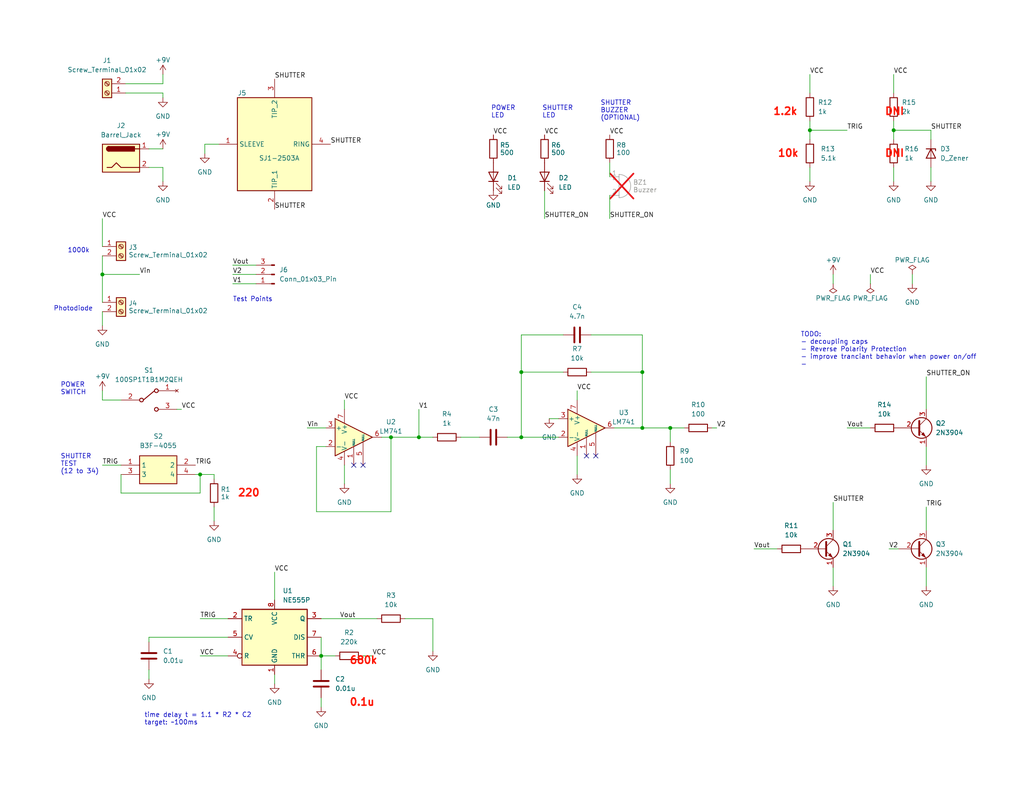
<source format=kicad_sch>
(kicad_sch (version 20230121) (generator eeschema)

  (uuid 72fb0c3a-ddcb-4c11-975a-53dab9e9eeae)

  (paper "USLetter")

  (title_block
    (title "Lightning Triggered Shutter")
    (date "2023-09-02")
    (company "Zijian Zhu")
  )

  (lib_symbols
    (symbol "Amplifier_Operational:LM741" (pin_names (offset 0.127)) (in_bom yes) (on_board yes)
      (property "Reference" "U" (at 0 6.35 0)
        (effects (font (size 1.27 1.27)) (justify left))
      )
      (property "Value" "LM741" (at 0 3.81 0)
        (effects (font (size 1.27 1.27)) (justify left))
      )
      (property "Footprint" "" (at 1.27 1.27 0)
        (effects (font (size 1.27 1.27)) hide)
      )
      (property "Datasheet" "http://www.ti.com/lit/ds/symlink/lm741.pdf" (at 3.81 3.81 0)
        (effects (font (size 1.27 1.27)) hide)
      )
      (property "ki_keywords" "single opamp" (at 0 0 0)
        (effects (font (size 1.27 1.27)) hide)
      )
      (property "ki_description" "Operational Amplifier, DIP-8/TO-99-8" (at 0 0 0)
        (effects (font (size 1.27 1.27)) hide)
      )
      (property "ki_fp_filters" "SOIC*3.9x4.9mm*P1.27mm* DIP*W7.62mm* TSSOP*3x3mm*P0.65mm*" (at 0 0 0)
        (effects (font (size 1.27 1.27)) hide)
      )
      (symbol "LM741_0_1"
        (polyline
          (pts
            (xy -5.08 5.08)
            (xy 5.08 0)
            (xy -5.08 -5.08)
            (xy -5.08 5.08)
          )
          (stroke (width 0.254) (type default))
          (fill (type background))
        )
      )
      (symbol "LM741_1_1"
        (pin input line (at 0 -7.62 90) (length 5.08)
          (name "NULL" (effects (font (size 0.508 0.508))))
          (number "1" (effects (font (size 1.27 1.27))))
        )
        (pin input line (at -7.62 -2.54 0) (length 2.54)
          (name "-" (effects (font (size 1.27 1.27))))
          (number "2" (effects (font (size 1.27 1.27))))
        )
        (pin input line (at -7.62 2.54 0) (length 2.54)
          (name "+" (effects (font (size 1.27 1.27))))
          (number "3" (effects (font (size 1.27 1.27))))
        )
        (pin power_in line (at -2.54 -7.62 90) (length 3.81)
          (name "V-" (effects (font (size 1.27 1.27))))
          (number "4" (effects (font (size 1.27 1.27))))
        )
        (pin input line (at 2.54 -7.62 90) (length 6.35)
          (name "NULL" (effects (font (size 0.508 0.508))))
          (number "5" (effects (font (size 1.27 1.27))))
        )
        (pin output line (at 7.62 0 180) (length 2.54)
          (name "~" (effects (font (size 1.27 1.27))))
          (number "6" (effects (font (size 1.27 1.27))))
        )
        (pin power_in line (at -2.54 7.62 270) (length 3.81)
          (name "V+" (effects (font (size 1.27 1.27))))
          (number "7" (effects (font (size 1.27 1.27))))
        )
        (pin no_connect line (at 0 2.54 270) (length 2.54) hide
          (name "NC" (effects (font (size 1.27 1.27))))
          (number "8" (effects (font (size 1.27 1.27))))
        )
      )
    )
    (symbol "Connector:Barrel_Jack" (pin_names (offset 1.016)) (in_bom yes) (on_board yes)
      (property "Reference" "J" (at 0 5.334 0)
        (effects (font (size 1.27 1.27)))
      )
      (property "Value" "Barrel_Jack" (at 0 -5.08 0)
        (effects (font (size 1.27 1.27)))
      )
      (property "Footprint" "" (at 1.27 -1.016 0)
        (effects (font (size 1.27 1.27)) hide)
      )
      (property "Datasheet" "~" (at 1.27 -1.016 0)
        (effects (font (size 1.27 1.27)) hide)
      )
      (property "ki_keywords" "DC power barrel jack connector" (at 0 0 0)
        (effects (font (size 1.27 1.27)) hide)
      )
      (property "ki_description" "DC Barrel Jack" (at 0 0 0)
        (effects (font (size 1.27 1.27)) hide)
      )
      (property "ki_fp_filters" "BarrelJack*" (at 0 0 0)
        (effects (font (size 1.27 1.27)) hide)
      )
      (symbol "Barrel_Jack_0_1"
        (rectangle (start -5.08 3.81) (end 5.08 -3.81)
          (stroke (width 0.254) (type default))
          (fill (type background))
        )
        (arc (start -3.302 3.175) (mid -3.9343 2.54) (end -3.302 1.905)
          (stroke (width 0.254) (type default))
          (fill (type none))
        )
        (arc (start -3.302 3.175) (mid -3.9343 2.54) (end -3.302 1.905)
          (stroke (width 0.254) (type default))
          (fill (type outline))
        )
        (polyline
          (pts
            (xy 5.08 2.54)
            (xy 3.81 2.54)
          )
          (stroke (width 0.254) (type default))
          (fill (type none))
        )
        (polyline
          (pts
            (xy -3.81 -2.54)
            (xy -2.54 -2.54)
            (xy -1.27 -1.27)
            (xy 0 -2.54)
            (xy 2.54 -2.54)
            (xy 5.08 -2.54)
          )
          (stroke (width 0.254) (type default))
          (fill (type none))
        )
        (rectangle (start 3.683 3.175) (end -3.302 1.905)
          (stroke (width 0.254) (type default))
          (fill (type outline))
        )
      )
      (symbol "Barrel_Jack_1_1"
        (pin passive line (at 7.62 2.54 180) (length 2.54)
          (name "~" (effects (font (size 1.27 1.27))))
          (number "1" (effects (font (size 1.27 1.27))))
        )
        (pin passive line (at 7.62 -2.54 180) (length 2.54)
          (name "~" (effects (font (size 1.27 1.27))))
          (number "2" (effects (font (size 1.27 1.27))))
        )
      )
    )
    (symbol "Connector:Conn_01x03_Pin" (pin_names (offset 1.016) hide) (in_bom yes) (on_board yes)
      (property "Reference" "J" (at 0 5.08 0)
        (effects (font (size 1.27 1.27)))
      )
      (property "Value" "Conn_01x03_Pin" (at 0 -5.08 0)
        (effects (font (size 1.27 1.27)))
      )
      (property "Footprint" "" (at 0 0 0)
        (effects (font (size 1.27 1.27)) hide)
      )
      (property "Datasheet" "~" (at 0 0 0)
        (effects (font (size 1.27 1.27)) hide)
      )
      (property "ki_locked" "" (at 0 0 0)
        (effects (font (size 1.27 1.27)))
      )
      (property "ki_keywords" "connector" (at 0 0 0)
        (effects (font (size 1.27 1.27)) hide)
      )
      (property "ki_description" "Generic connector, single row, 01x03, script generated" (at 0 0 0)
        (effects (font (size 1.27 1.27)) hide)
      )
      (property "ki_fp_filters" "Connector*:*_1x??_*" (at 0 0 0)
        (effects (font (size 1.27 1.27)) hide)
      )
      (symbol "Conn_01x03_Pin_1_1"
        (polyline
          (pts
            (xy 1.27 -2.54)
            (xy 0.8636 -2.54)
          )
          (stroke (width 0.1524) (type default))
          (fill (type none))
        )
        (polyline
          (pts
            (xy 1.27 0)
            (xy 0.8636 0)
          )
          (stroke (width 0.1524) (type default))
          (fill (type none))
        )
        (polyline
          (pts
            (xy 1.27 2.54)
            (xy 0.8636 2.54)
          )
          (stroke (width 0.1524) (type default))
          (fill (type none))
        )
        (rectangle (start 0.8636 -2.413) (end 0 -2.667)
          (stroke (width 0.1524) (type default))
          (fill (type outline))
        )
        (rectangle (start 0.8636 0.127) (end 0 -0.127)
          (stroke (width 0.1524) (type default))
          (fill (type outline))
        )
        (rectangle (start 0.8636 2.667) (end 0 2.413)
          (stroke (width 0.1524) (type default))
          (fill (type outline))
        )
        (pin passive line (at 5.08 2.54 180) (length 3.81)
          (name "Pin_1" (effects (font (size 1.27 1.27))))
          (number "1" (effects (font (size 1.27 1.27))))
        )
        (pin passive line (at 5.08 0 180) (length 3.81)
          (name "Pin_2" (effects (font (size 1.27 1.27))))
          (number "2" (effects (font (size 1.27 1.27))))
        )
        (pin passive line (at 5.08 -2.54 180) (length 3.81)
          (name "Pin_3" (effects (font (size 1.27 1.27))))
          (number "3" (effects (font (size 1.27 1.27))))
        )
      )
    )
    (symbol "Connector:Screw_Terminal_01x02" (pin_names (offset 1.016) hide) (in_bom yes) (on_board yes)
      (property "Reference" "J" (at 0 2.54 0)
        (effects (font (size 1.27 1.27)))
      )
      (property "Value" "Screw_Terminal_01x02" (at 0 -5.08 0)
        (effects (font (size 1.27 1.27)))
      )
      (property "Footprint" "" (at 0 0 0)
        (effects (font (size 1.27 1.27)) hide)
      )
      (property "Datasheet" "~" (at 0 0 0)
        (effects (font (size 1.27 1.27)) hide)
      )
      (property "ki_keywords" "screw terminal" (at 0 0 0)
        (effects (font (size 1.27 1.27)) hide)
      )
      (property "ki_description" "Generic screw terminal, single row, 01x02, script generated (kicad-library-utils/schlib/autogen/connector/)" (at 0 0 0)
        (effects (font (size 1.27 1.27)) hide)
      )
      (property "ki_fp_filters" "TerminalBlock*:*" (at 0 0 0)
        (effects (font (size 1.27 1.27)) hide)
      )
      (symbol "Screw_Terminal_01x02_1_1"
        (rectangle (start -1.27 1.27) (end 1.27 -3.81)
          (stroke (width 0.254) (type default))
          (fill (type background))
        )
        (circle (center 0 -2.54) (radius 0.635)
          (stroke (width 0.1524) (type default))
          (fill (type none))
        )
        (polyline
          (pts
            (xy -0.5334 -2.2098)
            (xy 0.3302 -3.048)
          )
          (stroke (width 0.1524) (type default))
          (fill (type none))
        )
        (polyline
          (pts
            (xy -0.5334 0.3302)
            (xy 0.3302 -0.508)
          )
          (stroke (width 0.1524) (type default))
          (fill (type none))
        )
        (polyline
          (pts
            (xy -0.3556 -2.032)
            (xy 0.508 -2.8702)
          )
          (stroke (width 0.1524) (type default))
          (fill (type none))
        )
        (polyline
          (pts
            (xy -0.3556 0.508)
            (xy 0.508 -0.3302)
          )
          (stroke (width 0.1524) (type default))
          (fill (type none))
        )
        (circle (center 0 0) (radius 0.635)
          (stroke (width 0.1524) (type default))
          (fill (type none))
        )
        (pin passive line (at -5.08 0 0) (length 3.81)
          (name "Pin_1" (effects (font (size 1.27 1.27))))
          (number "1" (effects (font (size 1.27 1.27))))
        )
        (pin passive line (at -5.08 -2.54 0) (length 3.81)
          (name "Pin_2" (effects (font (size 1.27 1.27))))
          (number "2" (effects (font (size 1.27 1.27))))
        )
      )
    )
    (symbol "Device:Buzzer" (pin_names (offset 0.0254) hide) (in_bom yes) (on_board yes)
      (property "Reference" "BZ" (at 3.81 1.27 0)
        (effects (font (size 1.27 1.27)) (justify left))
      )
      (property "Value" "Buzzer" (at 3.81 -1.27 0)
        (effects (font (size 1.27 1.27)) (justify left))
      )
      (property "Footprint" "" (at -0.635 2.54 90)
        (effects (font (size 1.27 1.27)) hide)
      )
      (property "Datasheet" "~" (at -0.635 2.54 90)
        (effects (font (size 1.27 1.27)) hide)
      )
      (property "ki_keywords" "quartz resonator ceramic" (at 0 0 0)
        (effects (font (size 1.27 1.27)) hide)
      )
      (property "ki_description" "Buzzer, polarized" (at 0 0 0)
        (effects (font (size 1.27 1.27)) hide)
      )
      (property "ki_fp_filters" "*Buzzer*" (at 0 0 0)
        (effects (font (size 1.27 1.27)) hide)
      )
      (symbol "Buzzer_0_1"
        (arc (start 0 -3.175) (mid 3.1612 0) (end 0 3.175)
          (stroke (width 0) (type default))
          (fill (type none))
        )
        (polyline
          (pts
            (xy -1.651 1.905)
            (xy -1.143 1.905)
          )
          (stroke (width 0) (type default))
          (fill (type none))
        )
        (polyline
          (pts
            (xy -1.397 2.159)
            (xy -1.397 1.651)
          )
          (stroke (width 0) (type default))
          (fill (type none))
        )
        (polyline
          (pts
            (xy 0 3.175)
            (xy 0 -3.175)
          )
          (stroke (width 0) (type default))
          (fill (type none))
        )
      )
      (symbol "Buzzer_1_1"
        (pin passive line (at -2.54 2.54 0) (length 2.54)
          (name "-" (effects (font (size 1.27 1.27))))
          (number "1" (effects (font (size 1.27 1.27))))
        )
        (pin passive line (at -2.54 -2.54 0) (length 2.54)
          (name "+" (effects (font (size 1.27 1.27))))
          (number "2" (effects (font (size 1.27 1.27))))
        )
      )
    )
    (symbol "Device:C" (pin_numbers hide) (pin_names (offset 0.254)) (in_bom yes) (on_board yes)
      (property "Reference" "C" (at 0.635 2.54 0)
        (effects (font (size 1.27 1.27)) (justify left))
      )
      (property "Value" "C" (at 0.635 -2.54 0)
        (effects (font (size 1.27 1.27)) (justify left))
      )
      (property "Footprint" "" (at 0.9652 -3.81 0)
        (effects (font (size 1.27 1.27)) hide)
      )
      (property "Datasheet" "~" (at 0 0 0)
        (effects (font (size 1.27 1.27)) hide)
      )
      (property "ki_keywords" "cap capacitor" (at 0 0 0)
        (effects (font (size 1.27 1.27)) hide)
      )
      (property "ki_description" "Unpolarized capacitor" (at 0 0 0)
        (effects (font (size 1.27 1.27)) hide)
      )
      (property "ki_fp_filters" "C_*" (at 0 0 0)
        (effects (font (size 1.27 1.27)) hide)
      )
      (symbol "C_0_1"
        (polyline
          (pts
            (xy -2.032 -0.762)
            (xy 2.032 -0.762)
          )
          (stroke (width 0.508) (type default))
          (fill (type none))
        )
        (polyline
          (pts
            (xy -2.032 0.762)
            (xy 2.032 0.762)
          )
          (stroke (width 0.508) (type default))
          (fill (type none))
        )
      )
      (symbol "C_1_1"
        (pin passive line (at 0 3.81 270) (length 2.794)
          (name "~" (effects (font (size 1.27 1.27))))
          (number "1" (effects (font (size 1.27 1.27))))
        )
        (pin passive line (at 0 -3.81 90) (length 2.794)
          (name "~" (effects (font (size 1.27 1.27))))
          (number "2" (effects (font (size 1.27 1.27))))
        )
      )
    )
    (symbol "Device:D_Zener" (pin_numbers hide) (pin_names (offset 1.016) hide) (in_bom yes) (on_board yes)
      (property "Reference" "D" (at 0 2.54 0)
        (effects (font (size 1.27 1.27)))
      )
      (property "Value" "D_Zener" (at 0 -2.54 0)
        (effects (font (size 1.27 1.27)))
      )
      (property "Footprint" "" (at 0 0 0)
        (effects (font (size 1.27 1.27)) hide)
      )
      (property "Datasheet" "~" (at 0 0 0)
        (effects (font (size 1.27 1.27)) hide)
      )
      (property "ki_keywords" "diode" (at 0 0 0)
        (effects (font (size 1.27 1.27)) hide)
      )
      (property "ki_description" "Zener diode" (at 0 0 0)
        (effects (font (size 1.27 1.27)) hide)
      )
      (property "ki_fp_filters" "TO-???* *_Diode_* *SingleDiode* D_*" (at 0 0 0)
        (effects (font (size 1.27 1.27)) hide)
      )
      (symbol "D_Zener_0_1"
        (polyline
          (pts
            (xy 1.27 0)
            (xy -1.27 0)
          )
          (stroke (width 0) (type default))
          (fill (type none))
        )
        (polyline
          (pts
            (xy -1.27 -1.27)
            (xy -1.27 1.27)
            (xy -0.762 1.27)
          )
          (stroke (width 0.254) (type default))
          (fill (type none))
        )
        (polyline
          (pts
            (xy 1.27 -1.27)
            (xy 1.27 1.27)
            (xy -1.27 0)
            (xy 1.27 -1.27)
          )
          (stroke (width 0.254) (type default))
          (fill (type none))
        )
      )
      (symbol "D_Zener_1_1"
        (pin passive line (at -3.81 0 0) (length 2.54)
          (name "K" (effects (font (size 1.27 1.27))))
          (number "1" (effects (font (size 1.27 1.27))))
        )
        (pin passive line (at 3.81 0 180) (length 2.54)
          (name "A" (effects (font (size 1.27 1.27))))
          (number "2" (effects (font (size 1.27 1.27))))
        )
      )
    )
    (symbol "Device:LED" (pin_numbers hide) (pin_names (offset 1.016) hide) (in_bom yes) (on_board yes)
      (property "Reference" "D" (at 0 2.54 0)
        (effects (font (size 1.27 1.27)))
      )
      (property "Value" "LED" (at 0 -2.54 0)
        (effects (font (size 1.27 1.27)))
      )
      (property "Footprint" "" (at 0 0 0)
        (effects (font (size 1.27 1.27)) hide)
      )
      (property "Datasheet" "~" (at 0 0 0)
        (effects (font (size 1.27 1.27)) hide)
      )
      (property "ki_keywords" "LED diode" (at 0 0 0)
        (effects (font (size 1.27 1.27)) hide)
      )
      (property "ki_description" "Light emitting diode" (at 0 0 0)
        (effects (font (size 1.27 1.27)) hide)
      )
      (property "ki_fp_filters" "LED* LED_SMD:* LED_THT:*" (at 0 0 0)
        (effects (font (size 1.27 1.27)) hide)
      )
      (symbol "LED_0_1"
        (polyline
          (pts
            (xy -1.27 -1.27)
            (xy -1.27 1.27)
          )
          (stroke (width 0.254) (type default))
          (fill (type none))
        )
        (polyline
          (pts
            (xy -1.27 0)
            (xy 1.27 0)
          )
          (stroke (width 0) (type default))
          (fill (type none))
        )
        (polyline
          (pts
            (xy 1.27 -1.27)
            (xy 1.27 1.27)
            (xy -1.27 0)
            (xy 1.27 -1.27)
          )
          (stroke (width 0.254) (type default))
          (fill (type none))
        )
        (polyline
          (pts
            (xy -3.048 -0.762)
            (xy -4.572 -2.286)
            (xy -3.81 -2.286)
            (xy -4.572 -2.286)
            (xy -4.572 -1.524)
          )
          (stroke (width 0) (type default))
          (fill (type none))
        )
        (polyline
          (pts
            (xy -1.778 -0.762)
            (xy -3.302 -2.286)
            (xy -2.54 -2.286)
            (xy -3.302 -2.286)
            (xy -3.302 -1.524)
          )
          (stroke (width 0) (type default))
          (fill (type none))
        )
      )
      (symbol "LED_1_1"
        (pin passive line (at -3.81 0 0) (length 2.54)
          (name "K" (effects (font (size 1.27 1.27))))
          (number "1" (effects (font (size 1.27 1.27))))
        )
        (pin passive line (at 3.81 0 180) (length 2.54)
          (name "A" (effects (font (size 1.27 1.27))))
          (number "2" (effects (font (size 1.27 1.27))))
        )
      )
    )
    (symbol "Device:R" (pin_numbers hide) (pin_names (offset 0)) (in_bom yes) (on_board yes)
      (property "Reference" "R" (at 2.032 0 90)
        (effects (font (size 1.27 1.27)))
      )
      (property "Value" "R" (at 0 0 90)
        (effects (font (size 1.27 1.27)))
      )
      (property "Footprint" "" (at -1.778 0 90)
        (effects (font (size 1.27 1.27)) hide)
      )
      (property "Datasheet" "~" (at 0 0 0)
        (effects (font (size 1.27 1.27)) hide)
      )
      (property "ki_keywords" "R res resistor" (at 0 0 0)
        (effects (font (size 1.27 1.27)) hide)
      )
      (property "ki_description" "Resistor" (at 0 0 0)
        (effects (font (size 1.27 1.27)) hide)
      )
      (property "ki_fp_filters" "R_*" (at 0 0 0)
        (effects (font (size 1.27 1.27)) hide)
      )
      (symbol "R_0_1"
        (rectangle (start -1.016 -2.54) (end 1.016 2.54)
          (stroke (width 0.254) (type default))
          (fill (type none))
        )
      )
      (symbol "R_1_1"
        (pin passive line (at 0 3.81 270) (length 1.27)
          (name "~" (effects (font (size 1.27 1.27))))
          (number "1" (effects (font (size 1.27 1.27))))
        )
        (pin passive line (at 0 -3.81 90) (length 1.27)
          (name "~" (effects (font (size 1.27 1.27))))
          (number "2" (effects (font (size 1.27 1.27))))
        )
      )
    )
    (symbol "Timer:NE555P" (in_bom yes) (on_board yes)
      (property "Reference" "U" (at -10.16 8.89 0)
        (effects (font (size 1.27 1.27)) (justify left))
      )
      (property "Value" "NE555P" (at 2.54 8.89 0)
        (effects (font (size 1.27 1.27)) (justify left))
      )
      (property "Footprint" "Package_DIP:DIP-8_W7.62mm" (at 16.51 -10.16 0)
        (effects (font (size 1.27 1.27)) hide)
      )
      (property "Datasheet" "http://www.ti.com/lit/ds/symlink/ne555.pdf" (at 21.59 -10.16 0)
        (effects (font (size 1.27 1.27)) hide)
      )
      (property "ki_keywords" "single timer 555" (at 0 0 0)
        (effects (font (size 1.27 1.27)) hide)
      )
      (property "ki_description" "Precision Timers, 555 compatible,  PDIP-8" (at 0 0 0)
        (effects (font (size 1.27 1.27)) hide)
      )
      (property "ki_fp_filters" "DIP*W7.62mm*" (at 0 0 0)
        (effects (font (size 1.27 1.27)) hide)
      )
      (symbol "NE555P_0_0"
        (pin power_in line (at 0 -10.16 90) (length 2.54)
          (name "GND" (effects (font (size 1.27 1.27))))
          (number "1" (effects (font (size 1.27 1.27))))
        )
        (pin power_in line (at 0 10.16 270) (length 2.54)
          (name "VCC" (effects (font (size 1.27 1.27))))
          (number "8" (effects (font (size 1.27 1.27))))
        )
      )
      (symbol "NE555P_0_1"
        (rectangle (start -8.89 -7.62) (end 8.89 7.62)
          (stroke (width 0.254) (type default))
          (fill (type background))
        )
        (rectangle (start -8.89 -7.62) (end 8.89 7.62)
          (stroke (width 0.254) (type default))
          (fill (type background))
        )
      )
      (symbol "NE555P_1_1"
        (pin input line (at -12.7 5.08 0) (length 3.81)
          (name "TR" (effects (font (size 1.27 1.27))))
          (number "2" (effects (font (size 1.27 1.27))))
        )
        (pin output line (at 12.7 5.08 180) (length 3.81)
          (name "Q" (effects (font (size 1.27 1.27))))
          (number "3" (effects (font (size 1.27 1.27))))
        )
        (pin input inverted (at -12.7 -5.08 0) (length 3.81)
          (name "R" (effects (font (size 1.27 1.27))))
          (number "4" (effects (font (size 1.27 1.27))))
        )
        (pin input line (at -12.7 0 0) (length 3.81)
          (name "CV" (effects (font (size 1.27 1.27))))
          (number "5" (effects (font (size 1.27 1.27))))
        )
        (pin input line (at 12.7 -5.08 180) (length 3.81)
          (name "THR" (effects (font (size 1.27 1.27))))
          (number "6" (effects (font (size 1.27 1.27))))
        )
        (pin input line (at 12.7 0 180) (length 3.81)
          (name "DIS" (effects (font (size 1.27 1.27))))
          (number "7" (effects (font (size 1.27 1.27))))
        )
      )
    )
    (symbol "Transistor_BJT:2N3904" (pin_names (offset 0) hide) (in_bom yes) (on_board yes)
      (property "Reference" "Q" (at 5.08 1.905 0)
        (effects (font (size 1.27 1.27)) (justify left))
      )
      (property "Value" "2N3904" (at 5.08 0 0)
        (effects (font (size 1.27 1.27)) (justify left))
      )
      (property "Footprint" "Package_TO_SOT_THT:TO-92_Inline" (at 5.08 -1.905 0)
        (effects (font (size 1.27 1.27) italic) (justify left) hide)
      )
      (property "Datasheet" "https://www.onsemi.com/pub/Collateral/2N3903-D.PDF" (at 0 0 0)
        (effects (font (size 1.27 1.27)) (justify left) hide)
      )
      (property "ki_keywords" "NPN Transistor" (at 0 0 0)
        (effects (font (size 1.27 1.27)) hide)
      )
      (property "ki_description" "0.2A Ic, 40V Vce, Small Signal NPN Transistor, TO-92" (at 0 0 0)
        (effects (font (size 1.27 1.27)) hide)
      )
      (property "ki_fp_filters" "TO?92*" (at 0 0 0)
        (effects (font (size 1.27 1.27)) hide)
      )
      (symbol "2N3904_0_1"
        (polyline
          (pts
            (xy 0.635 0.635)
            (xy 2.54 2.54)
          )
          (stroke (width 0) (type default))
          (fill (type none))
        )
        (polyline
          (pts
            (xy 0.635 -0.635)
            (xy 2.54 -2.54)
            (xy 2.54 -2.54)
          )
          (stroke (width 0) (type default))
          (fill (type none))
        )
        (polyline
          (pts
            (xy 0.635 1.905)
            (xy 0.635 -1.905)
            (xy 0.635 -1.905)
          )
          (stroke (width 0.508) (type default))
          (fill (type none))
        )
        (polyline
          (pts
            (xy 1.27 -1.778)
            (xy 1.778 -1.27)
            (xy 2.286 -2.286)
            (xy 1.27 -1.778)
            (xy 1.27 -1.778)
          )
          (stroke (width 0) (type default))
          (fill (type outline))
        )
        (circle (center 1.27 0) (radius 2.8194)
          (stroke (width 0.254) (type default))
          (fill (type none))
        )
      )
      (symbol "2N3904_1_1"
        (pin passive line (at 2.54 -5.08 90) (length 2.54)
          (name "E" (effects (font (size 1.27 1.27))))
          (number "1" (effects (font (size 1.27 1.27))))
        )
        (pin passive line (at -5.08 0 0) (length 5.715)
          (name "B" (effects (font (size 1.27 1.27))))
          (number "2" (effects (font (size 1.27 1.27))))
        )
        (pin passive line (at 2.54 5.08 270) (length 2.54)
          (name "C" (effects (font (size 1.27 1.27))))
          (number "3" (effects (font (size 1.27 1.27))))
        )
      )
    )
    (symbol "ZhuLib:100SP1T1B1M2QEH" (pin_names hide) (in_bom yes) (on_board yes)
      (property "Reference" "S" (at 10.16 7.62 0)
        (effects (font (size 1.27 1.27)) (justify left top))
      )
      (property "Value" "100SP1T1B1M2QEH" (at 10.16 -5.08 0)
        (effects (font (size 1.27 1.27)) (justify left top))
      )
      (property "Footprint" "100SP1T1B4M2QE" (at 10.16 -105.08 0)
        (effects (font (size 1.27 1.27)) (justify left top) hide)
      )
      (property "Datasheet" "http://spec_sheets.e-switch.com/specs/ST110001.pdf" (at 10.16 -205.08 0)
        (effects (font (size 1.27 1.27)) (justify left top) hide)
      )
      (property "Height" "28" (at 10.16 -405.08 0)
        (effects (font (size 1.27 1.27)) (justify left top) hide)
      )
      (property "Manufacturer_Name" "E-Switch" (at 10.16 -505.08 0)
        (effects (font (size 1.27 1.27)) (justify left top) hide)
      )
      (property "Manufacturer_Part_Number" "100SP1T1B1M2QEH" (at 10.16 -605.08 0)
        (effects (font (size 1.27 1.27)) (justify left top) hide)
      )
      (property "Mouser Part Number" "612-100-A1121" (at 10.16 -705.08 0)
        (effects (font (size 1.27 1.27)) (justify left top) hide)
      )
      (property "Mouser Price/Stock" "https://www.mouser.co.uk/ProductDetail/E-Switch/100SP1T1B1M2QEH?qs=01kh3H%252BlXijQZiBNZaNcCA%3D%3D" (at 10.16 -805.08 0)
        (effects (font (size 1.27 1.27)) (justify left top) hide)
      )
      (property "Arrow Part Number" "" (at 10.16 -905.08 0)
        (effects (font (size 1.27 1.27)) (justify left top) hide)
      )
      (property "Arrow Price/Stock" "" (at 10.16 -1005.08 0)
        (effects (font (size 1.27 1.27)) (justify left top) hide)
      )
      (property "ki_description" "E-SWITCH - 100SP1T1B1M2QEH - SWITCH, TOGGLE, SPDT, 5A, 120VAC, 28VDC" (at 0 0 0)
        (effects (font (size 1.27 1.27)) hide)
      )
      (symbol "100SP1T1B1M2QEH_1_1"
        (polyline
          (pts
            (xy 6.096 0)
            (xy 9.144 2.54)
          )
          (stroke (width 0.254) (type default))
          (fill (type none))
        )
        (circle (center 5.588 0) (radius 0.508)
          (stroke (width 0.254) (type default))
          (fill (type none))
        )
        (circle (center 9.652 -2.54) (radius 0.508)
          (stroke (width 0.254) (type default))
          (fill (type none))
        )
        (circle (center 9.652 2.54) (radius 0.508)
          (stroke (width 0.254) (type default))
          (fill (type none))
        )
        (pin no_connect line (at 15.24 2.54 180) (length 5.08)
          (name "NC" (effects (font (size 1.27 1.27))))
          (number "1" (effects (font (size 1.27 1.27))))
        )
        (pin passive line (at 0 0 0) (length 5.08)
          (name "COM" (effects (font (size 1.27 1.27))))
          (number "2" (effects (font (size 1.27 1.27))))
        )
        (pin passive line (at 15.24 -2.54 180) (length 5.08)
          (name "NO" (effects (font (size 1.27 1.27))))
          (number "3" (effects (font (size 1.27 1.27))))
        )
      )
    )
    (symbol "ZhuLib:B3F-4055" (in_bom yes) (on_board yes)
      (property "Reference" "S" (at 16.51 7.62 0)
        (effects (font (size 1.27 1.27)) (justify left top))
      )
      (property "Value" "B3F-4055" (at 16.51 5.08 0)
        (effects (font (size 1.27 1.27)) (justify left top))
      )
      (property "Footprint" "B3F-4055" (at 16.51 -94.92 0)
        (effects (font (size 1.27 1.27)) (justify left top) hide)
      )
      (property "Datasheet" "https://www.omron.com/ecb/products/pdf/en-b3f.pdf" (at 16.51 -194.92 0)
        (effects (font (size 1.27 1.27)) (justify left top) hide)
      )
      (property "Height" "" (at 16.51 -394.92 0)
        (effects (font (size 1.27 1.27)) (justify left top) hide)
      )
      (property "Manufacturer_Name" "Omron Electronics" (at 16.51 -494.92 0)
        (effects (font (size 1.27 1.27)) (justify left top) hide)
      )
      (property "Manufacturer_Part_Number" "B3F-4055" (at 16.51 -594.92 0)
        (effects (font (size 1.27 1.27)) (justify left top) hide)
      )
      (property "Mouser Part Number" "653-B3F-4055" (at 16.51 -694.92 0)
        (effects (font (size 1.27 1.27)) (justify left top) hide)
      )
      (property "Mouser Price/Stock" "https://www.mouser.co.uk/ProductDetail/Omron-Electronics/B3F-4055?qs=B3tblJ0Nlt%2FdFVcSHGFuxQ%3D%3D" (at 16.51 -794.92 0)
        (effects (font (size 1.27 1.27)) (justify left top) hide)
      )
      (property "Arrow Part Number" "B3F-4055" (at 16.51 -894.92 0)
        (effects (font (size 1.27 1.27)) (justify left top) hide)
      )
      (property "Arrow Price/Stock" "https://www.arrow.com/en/products/b3f4055/omron" (at 16.51 -994.92 0)
        (effects (font (size 1.27 1.27)) (justify left top) hide)
      )
      (property "ki_description" "Yellow Plunger Tactile Switch, SPST-NO 0.05 A@ 24 V dc 3mm" (at 0 0 0)
        (effects (font (size 1.27 1.27)) hide)
      )
      (symbol "B3F-4055_1_1"
        (rectangle (start 5.08 2.54) (end 15.24 -5.08)
          (stroke (width 0.254) (type default))
          (fill (type background))
        )
        (pin passive line (at 20.32 -2.54 180) (length 5.08)
          (name "1" (effects (font (size 1.27 1.27))))
          (number "1" (effects (font (size 1.27 1.27))))
        )
        (pin passive line (at 0 -2.54 0) (length 5.08)
          (name "2" (effects (font (size 1.27 1.27))))
          (number "2" (effects (font (size 1.27 1.27))))
        )
        (pin passive line (at 20.32 0 180) (length 5.08)
          (name "3" (effects (font (size 1.27 1.27))))
          (number "3" (effects (font (size 1.27 1.27))))
        )
        (pin passive line (at 0 0 0) (length 5.08)
          (name "4" (effects (font (size 1.27 1.27))))
          (number "4" (effects (font (size 1.27 1.27))))
        )
      )
    )
    (symbol "ZhuLib:SJ1-2503A" (in_bom yes) (on_board yes)
      (property "Reference" "J" (at 26.67 17.78 0)
        (effects (font (size 1.27 1.27)) (justify left top))
      )
      (property "Value" "SJ1-2503A" (at 26.67 15.24 0)
        (effects (font (size 1.27 1.27)) (justify left top))
      )
      (property "Footprint" "SJ12503A" (at 26.67 -84.76 0)
        (effects (font (size 1.27 1.27)) (justify left top) hide)
      )
      (property "Datasheet" "https://www.cui.com/product/resource/sj1-2503a.pdf" (at 26.67 -184.76 0)
        (effects (font (size 1.27 1.27)) (justify left top) hide)
      )
      (property "Height" "5" (at 26.67 -384.76 0)
        (effects (font (size 1.27 1.27)) (justify left top) hide)
      )
      (property "Manufacturer_Name" "CUI Devices" (at 26.67 -484.76 0)
        (effects (font (size 1.27 1.27)) (justify left top) hide)
      )
      (property "Manufacturer_Part_Number" "SJ1-2503A" (at 26.67 -584.76 0)
        (effects (font (size 1.27 1.27)) (justify left top) hide)
      )
      (property "Mouser Part Number" "490-SJ1-2503A" (at 26.67 -684.76 0)
        (effects (font (size 1.27 1.27)) (justify left top) hide)
      )
      (property "Mouser Price/Stock" "https://www.mouser.co.uk/ProductDetail/CUI-Devices/SJ1-2503A?qs=WyjlAZoYn52728cbIH3aBA%3D%3D" (at 26.67 -784.76 0)
        (effects (font (size 1.27 1.27)) (justify left top) hide)
      )
      (property "Arrow Part Number" "SJ1-2503A" (at 26.67 -884.76 0)
        (effects (font (size 1.27 1.27)) (justify left top) hide)
      )
      (property "Arrow Price/Stock" "https://www.arrow.com/en/products/sj1-2503a/cui-devices?region=nac" (at 26.67 -984.76 0)
        (effects (font (size 1.27 1.27)) (justify left top) hide)
      )
      (property "ki_description" "AUDIOJACK, 2.5MM, RT, STEREO," (at 0 0 0)
        (effects (font (size 1.27 1.27)) hide)
      )
      (symbol "SJ1-2503A_1_1"
        (rectangle (start 5.08 12.7) (end 25.4 -12.7)
          (stroke (width 0.254) (type default))
          (fill (type background))
        )
        (pin passive line (at 0 0 0) (length 5.08)
          (name "SLEEVE" (effects (font (size 1.27 1.27))))
          (number "1" (effects (font (size 1.27 1.27))))
        )
        (pin passive line (at 15.24 -17.78 90) (length 5.08)
          (name "TIP_1" (effects (font (size 1.27 1.27))))
          (number "2" (effects (font (size 1.27 1.27))))
        )
        (pin passive line (at 15.24 17.78 270) (length 5.08)
          (name "TIP_2" (effects (font (size 1.27 1.27))))
          (number "3" (effects (font (size 1.27 1.27))))
        )
        (pin passive line (at 30.48 0 180) (length 5.08)
          (name "RING" (effects (font (size 1.27 1.27))))
          (number "4" (effects (font (size 1.27 1.27))))
        )
      )
    )
    (symbol "power:+9V" (power) (pin_names (offset 0)) (in_bom yes) (on_board yes)
      (property "Reference" "#PWR" (at 0 -3.81 0)
        (effects (font (size 1.27 1.27)) hide)
      )
      (property "Value" "+9V" (at 0 3.556 0)
        (effects (font (size 1.27 1.27)))
      )
      (property "Footprint" "" (at 0 0 0)
        (effects (font (size 1.27 1.27)) hide)
      )
      (property "Datasheet" "" (at 0 0 0)
        (effects (font (size 1.27 1.27)) hide)
      )
      (property "ki_keywords" "global power" (at 0 0 0)
        (effects (font (size 1.27 1.27)) hide)
      )
      (property "ki_description" "Power symbol creates a global label with name \"+9V\"" (at 0 0 0)
        (effects (font (size 1.27 1.27)) hide)
      )
      (symbol "+9V_0_1"
        (polyline
          (pts
            (xy -0.762 1.27)
            (xy 0 2.54)
          )
          (stroke (width 0) (type default))
          (fill (type none))
        )
        (polyline
          (pts
            (xy 0 0)
            (xy 0 2.54)
          )
          (stroke (width 0) (type default))
          (fill (type none))
        )
        (polyline
          (pts
            (xy 0 2.54)
            (xy 0.762 1.27)
          )
          (stroke (width 0) (type default))
          (fill (type none))
        )
      )
      (symbol "+9V_1_1"
        (pin power_in line (at 0 0 90) (length 0) hide
          (name "+9V" (effects (font (size 1.27 1.27))))
          (number "1" (effects (font (size 1.27 1.27))))
        )
      )
    )
    (symbol "power:GND" (power) (pin_names (offset 0)) (in_bom yes) (on_board yes)
      (property "Reference" "#PWR" (at 0 -6.35 0)
        (effects (font (size 1.27 1.27)) hide)
      )
      (property "Value" "GND" (at 0 -3.81 0)
        (effects (font (size 1.27 1.27)))
      )
      (property "Footprint" "" (at 0 0 0)
        (effects (font (size 1.27 1.27)) hide)
      )
      (property "Datasheet" "" (at 0 0 0)
        (effects (font (size 1.27 1.27)) hide)
      )
      (property "ki_keywords" "global power" (at 0 0 0)
        (effects (font (size 1.27 1.27)) hide)
      )
      (property "ki_description" "Power symbol creates a global label with name \"GND\" , ground" (at 0 0 0)
        (effects (font (size 1.27 1.27)) hide)
      )
      (symbol "GND_0_1"
        (polyline
          (pts
            (xy 0 0)
            (xy 0 -1.27)
            (xy 1.27 -1.27)
            (xy 0 -2.54)
            (xy -1.27 -1.27)
            (xy 0 -1.27)
          )
          (stroke (width 0) (type default))
          (fill (type none))
        )
      )
      (symbol "GND_1_1"
        (pin power_in line (at 0 0 270) (length 0) hide
          (name "GND" (effects (font (size 1.27 1.27))))
          (number "1" (effects (font (size 1.27 1.27))))
        )
      )
    )
    (symbol "power:PWR_FLAG" (power) (pin_numbers hide) (pin_names (offset 0) hide) (in_bom yes) (on_board yes)
      (property "Reference" "#FLG" (at 0 1.905 0)
        (effects (font (size 1.27 1.27)) hide)
      )
      (property "Value" "PWR_FLAG" (at 0 3.81 0)
        (effects (font (size 1.27 1.27)))
      )
      (property "Footprint" "" (at 0 0 0)
        (effects (font (size 1.27 1.27)) hide)
      )
      (property "Datasheet" "~" (at 0 0 0)
        (effects (font (size 1.27 1.27)) hide)
      )
      (property "ki_keywords" "flag power" (at 0 0 0)
        (effects (font (size 1.27 1.27)) hide)
      )
      (property "ki_description" "Special symbol for telling ERC where power comes from" (at 0 0 0)
        (effects (font (size 1.27 1.27)) hide)
      )
      (symbol "PWR_FLAG_0_0"
        (pin power_out line (at 0 0 90) (length 0)
          (name "pwr" (effects (font (size 1.27 1.27))))
          (number "1" (effects (font (size 1.27 1.27))))
        )
      )
      (symbol "PWR_FLAG_0_1"
        (polyline
          (pts
            (xy 0 0)
            (xy 0 1.27)
            (xy -1.016 1.905)
            (xy 0 2.54)
            (xy 1.016 1.905)
            (xy 0 1.27)
          )
          (stroke (width 0) (type default))
          (fill (type none))
        )
      )
    )
  )

  (junction (at 27.94 74.93) (diameter 0) (color 0 0 0 0)
    (uuid 2eadc816-0ba1-4822-93a9-bb2f0f9ede2e)
  )
  (junction (at 142.24 119.38) (diameter 0) (color 0 0 0 0)
    (uuid 3161517c-71ea-4e3d-99aa-1a0089e5b0f6)
  )
  (junction (at 106.68 119.38) (diameter 0) (color 0 0 0 0)
    (uuid 3da70526-9965-427f-b9e3-46f75f153629)
  )
  (junction (at 175.26 116.84) (diameter 0) (color 0 0 0 0)
    (uuid 5edd66a5-d0f6-46d4-83bc-292e8b2281a6)
  )
  (junction (at 54.61 129.54) (diameter 0) (color 0 0 0 0)
    (uuid a1d2ab56-e307-4213-9063-9854b7dc6300)
  )
  (junction (at 220.98 35.56) (diameter 0) (color 0 0 0 0)
    (uuid ad8f97c2-1e8f-43e5-890e-8d2d0801f410)
  )
  (junction (at 114.3 119.38) (diameter 0) (color 0 0 0 0)
    (uuid ae0e8cb3-911a-40de-ab42-8b3069f50928)
  )
  (junction (at 243.84 35.56) (diameter 0) (color 0 0 0 0)
    (uuid b2340cc6-76e2-489f-a266-ec4d9b80aeb3)
  )
  (junction (at 175.26 101.6) (diameter 0) (color 0 0 0 0)
    (uuid bbe219e3-d9f9-4d23-8218-6ac28419bf74)
  )
  (junction (at 87.63 179.07) (diameter 0) (color 0 0 0 0)
    (uuid d3058215-9746-4151-84ba-4b67cf506f59)
  )
  (junction (at 142.24 101.6) (diameter 0) (color 0 0 0 0)
    (uuid d9d945c4-ed70-462f-86cb-518b13ed062f)
  )
  (junction (at 182.88 116.84) (diameter 0) (color 0 0 0 0)
    (uuid e7f7c025-0d10-4688-8cd3-ae2c52b4b332)
  )

  (no_connect (at 160.02 124.46) (uuid 49a9a10d-dd07-4843-9484-a242fdedd9bd))
  (no_connect (at 162.56 124.46) (uuid a26fa280-5768-456c-b563-1f19bc6babac))
  (no_connect (at 96.52 127) (uuid a7955815-d343-4146-bf90-5da31926883f))
  (no_connect (at 99.06 127) (uuid c5630c75-392c-427a-bab0-ad677eea2ba9))

  (wire (pts (xy 142.24 91.44) (xy 142.24 101.6))
    (stroke (width 0) (type default))
    (uuid 04ff59e3-ec62-41fa-83c6-9487dc3fed22)
  )
  (wire (pts (xy 40.64 173.99) (xy 62.23 173.99))
    (stroke (width 0) (type default))
    (uuid 07995624-44cc-44f9-8e20-445bf16b796d)
  )
  (wire (pts (xy 237.49 74.93) (xy 237.49 77.47))
    (stroke (width 0) (type default))
    (uuid 085b905a-9039-4d49-8c62-9580e7522917)
  )
  (wire (pts (xy 254 45.72) (xy 254 49.53))
    (stroke (width 0) (type default))
    (uuid 0d68f8ca-e635-44de-873e-684bfafdd8c7)
  )
  (wire (pts (xy 252.73 102.87) (xy 252.73 111.76))
    (stroke (width 0) (type default))
    (uuid 13489aae-cb7f-4e82-951f-b20fcf038d15)
  )
  (wire (pts (xy 227.33 137.16) (xy 227.33 144.78))
    (stroke (width 0) (type default))
    (uuid 1352997d-2242-4a30-ac5a-8ccfa63ac1e9)
  )
  (wire (pts (xy 55.88 41.91) (xy 55.88 39.37))
    (stroke (width 0) (type default))
    (uuid 15348ee0-410c-45f5-85a7-a0ba9e5d3a16)
  )
  (wire (pts (xy 142.24 119.38) (xy 152.4 119.38))
    (stroke (width 0) (type default))
    (uuid 178942ad-b37d-4dc0-98eb-99da52c653ec)
  )
  (wire (pts (xy 27.94 106.68) (xy 27.94 109.22))
    (stroke (width 0) (type default))
    (uuid 1e7f5ff9-0270-4719-a805-c666feefd173)
  )
  (wire (pts (xy 106.68 119.38) (xy 114.3 119.38))
    (stroke (width 0) (type default))
    (uuid 2019fa21-a21c-4b49-b2e5-3b8e73179eef)
  )
  (wire (pts (xy 86.36 139.7) (xy 106.68 139.7))
    (stroke (width 0) (type default))
    (uuid 204901d9-d45a-41ce-b18e-8d354bead1e3)
  )
  (wire (pts (xy 54.61 134.62) (xy 54.61 129.54))
    (stroke (width 0) (type default))
    (uuid 22986f52-a5fa-4c59-bc1d-29b609d9016f)
  )
  (wire (pts (xy 243.84 45.72) (xy 243.84 49.53))
    (stroke (width 0) (type default))
    (uuid 27b4a4ee-c695-4350-bde5-d92844ff95cf)
  )
  (wire (pts (xy 27.94 59.69) (xy 27.94 67.31))
    (stroke (width 0) (type default))
    (uuid 2a7baae0-7320-4186-8a55-2ea2bcdae1c3)
  )
  (wire (pts (xy 74.93 156.21) (xy 74.93 163.83))
    (stroke (width 0) (type default))
    (uuid 2dee32be-5aed-41ed-9821-6f5108c4a763)
  )
  (wire (pts (xy 194.31 116.84) (xy 195.58 116.84))
    (stroke (width 0) (type default))
    (uuid 31303e45-63c3-467f-a4c8-a74d06174ed5)
  )
  (wire (pts (xy 27.94 109.22) (xy 33.02 109.22))
    (stroke (width 0) (type default))
    (uuid 316be4e6-b941-4279-8934-fd989f4529ff)
  )
  (wire (pts (xy 33.02 134.62) (xy 54.61 134.62))
    (stroke (width 0) (type default))
    (uuid 32735708-3bb6-48cb-b2f4-cf0ac2a40ecb)
  )
  (wire (pts (xy 40.64 45.72) (xy 44.45 45.72))
    (stroke (width 0) (type default))
    (uuid 3637b48d-b84e-4362-bcb2-4951c8efe0e5)
  )
  (wire (pts (xy 101.6 179.07) (xy 99.06 179.07))
    (stroke (width 0) (type default))
    (uuid 36c8afcf-5881-4ffc-8183-dfeba5dfe6b7)
  )
  (wire (pts (xy 58.42 129.54) (xy 58.42 130.81))
    (stroke (width 0) (type default))
    (uuid 3a8dc74a-6e48-4298-a3fb-1e1ad239efa4)
  )
  (wire (pts (xy 231.14 116.84) (xy 237.49 116.84))
    (stroke (width 0) (type default))
    (uuid 3e862468-35da-422a-89eb-a7fd845ffc5a)
  )
  (wire (pts (xy 175.26 116.84) (xy 182.88 116.84))
    (stroke (width 0) (type default))
    (uuid 417468cc-8bd1-43d2-9795-d56671ce87bf)
  )
  (wire (pts (xy 63.5 72.39) (xy 69.85 72.39))
    (stroke (width 0) (type default))
    (uuid 417c6018-4bd3-4876-a28f-580861163074)
  )
  (wire (pts (xy 161.29 91.44) (xy 175.26 91.44))
    (stroke (width 0) (type default))
    (uuid 4203ea47-68dd-4ca5-81f4-c6459fbefd2f)
  )
  (wire (pts (xy 182.88 116.84) (xy 186.69 116.84))
    (stroke (width 0) (type default))
    (uuid 4b76ae79-8100-4b49-a963-3807958bcdae)
  )
  (wire (pts (xy 87.63 173.99) (xy 87.63 179.07))
    (stroke (width 0) (type default))
    (uuid 4ea2459d-772b-4100-b4fc-024bc7e24c34)
  )
  (wire (pts (xy 161.29 101.6) (xy 175.26 101.6))
    (stroke (width 0) (type default))
    (uuid 55251900-fb53-4b75-9e05-88362c08febf)
  )
  (wire (pts (xy 220.98 35.56) (xy 220.98 38.1))
    (stroke (width 0) (type default))
    (uuid 55e7b199-b4aa-4ed9-b820-c894b0ad4948)
  )
  (wire (pts (xy 54.61 168.91) (xy 62.23 168.91))
    (stroke (width 0) (type default))
    (uuid 5e4269b2-8f78-4981-9d31-88bd4f958500)
  )
  (wire (pts (xy 48.26 111.76) (xy 49.53 111.76))
    (stroke (width 0) (type default))
    (uuid 5ea27688-c23e-4e97-b8c4-e46c45734fda)
  )
  (wire (pts (xy 34.29 25.4) (xy 44.45 25.4))
    (stroke (width 0) (type default))
    (uuid 6157a7fd-bc35-46a2-9034-feb02b4e9942)
  )
  (wire (pts (xy 182.88 128.27) (xy 182.88 132.08))
    (stroke (width 0) (type default))
    (uuid 6174f69f-8b5c-404f-92ac-51fd77a760ab)
  )
  (wire (pts (xy 138.43 119.38) (xy 142.24 119.38))
    (stroke (width 0) (type default))
    (uuid 623042bc-4ed7-4b05-a8d7-49afdcda1ad6)
  )
  (wire (pts (xy 87.63 179.07) (xy 87.63 182.88))
    (stroke (width 0) (type default))
    (uuid 6342c0f5-d2fc-40da-a1a7-c5cd323da930)
  )
  (wire (pts (xy 153.67 91.44) (xy 142.24 91.44))
    (stroke (width 0) (type default))
    (uuid 674272c6-8702-46bc-a13f-c3c0a025a316)
  )
  (wire (pts (xy 44.45 22.86) (xy 34.29 22.86))
    (stroke (width 0) (type default))
    (uuid 6abfd33b-5113-4a59-9e26-3d0b848caba0)
  )
  (wire (pts (xy 243.84 35.56) (xy 254 35.56))
    (stroke (width 0) (type default))
    (uuid 71412e17-7ede-4e64-bc5b-836a47ea173e)
  )
  (wire (pts (xy 227.33 74.93) (xy 227.33 77.47))
    (stroke (width 0) (type default))
    (uuid 719ef224-5cea-40b4-9c54-b5e12f574049)
  )
  (wire (pts (xy 252.73 138.43) (xy 252.73 144.78))
    (stroke (width 0) (type default))
    (uuid 7714008c-0b3e-431c-ac7b-dd4d3a5f98cd)
  )
  (wire (pts (xy 55.88 39.37) (xy 59.69 39.37))
    (stroke (width 0) (type default))
    (uuid 79e8da48-cd71-4b46-b14c-1e5395d36225)
  )
  (wire (pts (xy 54.61 179.07) (xy 62.23 179.07))
    (stroke (width 0) (type default))
    (uuid 7a020f6c-f37c-41cf-a004-a1d27749d060)
  )
  (wire (pts (xy 106.68 139.7) (xy 106.68 119.38))
    (stroke (width 0) (type default))
    (uuid 7b1ee461-4590-4bd9-9938-af0c35dee990)
  )
  (wire (pts (xy 152.4 114.3) (xy 149.86 114.3))
    (stroke (width 0) (type default))
    (uuid 7b65ae6f-ccd5-49a9-b53f-a5a5ae9516ba)
  )
  (wire (pts (xy 63.5 74.93) (xy 69.85 74.93))
    (stroke (width 0) (type default))
    (uuid 7c27ce77-aa52-4463-86ae-6491a6814ba6)
  )
  (wire (pts (xy 175.26 91.44) (xy 175.26 101.6))
    (stroke (width 0) (type default))
    (uuid 7d61d7a2-d825-4df7-ad21-72ea12efc2e6)
  )
  (wire (pts (xy 33.02 129.54) (xy 33.02 134.62))
    (stroke (width 0) (type default))
    (uuid 7f38c539-f061-44f3-927d-84a0a6f075d9)
  )
  (wire (pts (xy 167.64 116.84) (xy 175.26 116.84))
    (stroke (width 0) (type default))
    (uuid 81591798-ad28-4d16-94f9-a2bb8b84b415)
  )
  (wire (pts (xy 27.94 69.85) (xy 27.94 74.93))
    (stroke (width 0) (type default))
    (uuid 835e54da-cb11-4c6a-8bc7-40e0980e01cd)
  )
  (wire (pts (xy 93.98 111.76) (xy 93.98 109.22))
    (stroke (width 0) (type default))
    (uuid 870dd972-ca6e-44b3-b3e5-3387aeee1720)
  )
  (wire (pts (xy 53.34 129.54) (xy 54.61 129.54))
    (stroke (width 0) (type default))
    (uuid 875cd672-cf5b-468f-b642-c05028438b40)
  )
  (wire (pts (xy 243.84 35.56) (xy 243.84 38.1))
    (stroke (width 0) (type default))
    (uuid 87bdda0b-9650-4cfc-8f60-60dd59757f8d)
  )
  (wire (pts (xy 88.9 121.92) (xy 86.36 121.92))
    (stroke (width 0) (type default))
    (uuid 88a6d9fe-924b-4673-a75c-bfc6aeffb63e)
  )
  (wire (pts (xy 166.37 53.34) (xy 166.37 59.69))
    (stroke (width 0) (type default))
    (uuid 8d7326e5-4330-4680-b570-79273e781e9d)
  )
  (wire (pts (xy 87.63 190.5) (xy 87.63 193.04))
    (stroke (width 0) (type default))
    (uuid 8e51a765-61f6-4152-82c0-ea7b068c42fb)
  )
  (wire (pts (xy 44.45 45.72) (xy 44.45 49.53))
    (stroke (width 0) (type default))
    (uuid 92c30bf9-0ac9-48f5-812d-2c90e0d1ca98)
  )
  (wire (pts (xy 102.87 168.91) (xy 87.63 168.91))
    (stroke (width 0) (type default))
    (uuid 93b316f5-21d1-4832-a906-3c7917511afb)
  )
  (wire (pts (xy 86.36 121.92) (xy 86.36 139.7))
    (stroke (width 0) (type default))
    (uuid 9575868a-e1d5-4ae3-b55f-42e1a6942914)
  )
  (wire (pts (xy 227.33 160.02) (xy 227.33 154.94))
    (stroke (width 0) (type default))
    (uuid 96ec38cc-314c-4a7c-ac33-18b0c2463a17)
  )
  (wire (pts (xy 254 35.56) (xy 254 38.1))
    (stroke (width 0) (type default))
    (uuid 98f46ed0-4a1e-4d1b-a550-bf1f3a7620e7)
  )
  (wire (pts (xy 104.14 119.38) (xy 106.68 119.38))
    (stroke (width 0) (type default))
    (uuid a3c5f6da-c106-43b7-8fe6-6f890f180ed2)
  )
  (wire (pts (xy 27.94 85.09) (xy 27.94 88.9))
    (stroke (width 0) (type default))
    (uuid a470435b-1229-4584-92ea-3384aa2d5f7e)
  )
  (wire (pts (xy 157.48 109.22) (xy 157.48 106.68))
    (stroke (width 0) (type default))
    (uuid ad74682f-0519-49ed-9417-7b84d25b37d3)
  )
  (wire (pts (xy 157.48 124.46) (xy 157.48 129.54))
    (stroke (width 0) (type default))
    (uuid af010b4f-2471-45ab-bca8-5e44f86bd7b4)
  )
  (wire (pts (xy 248.92 74.93) (xy 248.92 77.47))
    (stroke (width 0) (type default))
    (uuid b00ed39d-a399-48a3-8bfd-233669883fb5)
  )
  (wire (pts (xy 252.73 154.94) (xy 252.73 160.02))
    (stroke (width 0) (type default))
    (uuid b14f6f99-eee9-4a23-b98c-ee3e3f3b852b)
  )
  (wire (pts (xy 125.73 119.38) (xy 130.81 119.38))
    (stroke (width 0) (type default))
    (uuid b455083f-acd9-46dd-80c1-cbf9a77fb16e)
  )
  (wire (pts (xy 27.94 74.93) (xy 38.1 74.93))
    (stroke (width 0) (type default))
    (uuid b8ee57d2-4449-4922-be72-48d6236dfb1e)
  )
  (wire (pts (xy 142.24 101.6) (xy 142.24 119.38))
    (stroke (width 0) (type default))
    (uuid b8f88bea-d6be-43ba-bd8c-1e3b4ba8aed2)
  )
  (wire (pts (xy 83.82 116.84) (xy 88.9 116.84))
    (stroke (width 0) (type default))
    (uuid bc638260-a56a-4011-a3d3-1a6248fb670f)
  )
  (wire (pts (xy 118.11 168.91) (xy 110.49 168.91))
    (stroke (width 0) (type default))
    (uuid bfd53f52-b129-4b07-97de-658264ab18e1)
  )
  (wire (pts (xy 44.45 25.4) (xy 44.45 26.67))
    (stroke (width 0) (type default))
    (uuid c066b626-48de-47de-8071-15fe9b56a68c)
  )
  (wire (pts (xy 114.3 111.76) (xy 114.3 119.38))
    (stroke (width 0) (type default))
    (uuid c1da3bd3-f23d-4e78-97fe-172ba03476be)
  )
  (wire (pts (xy 242.57 149.86) (xy 245.11 149.86))
    (stroke (width 0) (type default))
    (uuid c1f66a0d-d87b-4edf-8d68-c99d7cd704a8)
  )
  (wire (pts (xy 166.37 48.26) (xy 166.37 44.45))
    (stroke (width 0) (type default))
    (uuid c36d2f89-599e-4f8c-a0f4-b03cfc796f65)
  )
  (wire (pts (xy 142.24 101.6) (xy 153.67 101.6))
    (stroke (width 0) (type default))
    (uuid c5d492f3-76eb-467d-b0a4-b3b495256e0d)
  )
  (wire (pts (xy 40.64 182.88) (xy 40.64 185.42))
    (stroke (width 0) (type default))
    (uuid c610d2eb-bfd0-4054-9e8a-1d46a7f58c95)
  )
  (wire (pts (xy 148.59 59.69) (xy 148.59 52.07))
    (stroke (width 0) (type default))
    (uuid c70de560-9fe5-4b46-83ec-e0f4b190671a)
  )
  (wire (pts (xy 27.94 127) (xy 33.02 127))
    (stroke (width 0) (type default))
    (uuid c75c4dd7-319f-4fea-acdb-d0bb66f6b87b)
  )
  (wire (pts (xy 27.94 74.93) (xy 27.94 82.55))
    (stroke (width 0) (type default))
    (uuid c8534aa2-b78e-4614-bc73-f23257056ab9)
  )
  (wire (pts (xy 44.45 40.64) (xy 40.64 40.64))
    (stroke (width 0) (type default))
    (uuid d1cef6e8-ecb3-4a24-ba49-36980ae4d68b)
  )
  (wire (pts (xy 40.64 175.26) (xy 40.64 173.99))
    (stroke (width 0) (type default))
    (uuid d390ee61-ecdf-4903-a9f2-bfbb8498b978)
  )
  (wire (pts (xy 243.84 20.32) (xy 243.84 25.4))
    (stroke (width 0) (type default))
    (uuid d603a0f3-e7f4-4a24-9c74-fedee845175e)
  )
  (wire (pts (xy 91.44 179.07) (xy 87.63 179.07))
    (stroke (width 0) (type default))
    (uuid dd960808-c6cd-41f4-a8d4-8e28d07768e3)
  )
  (wire (pts (xy 205.74 149.86) (xy 212.09 149.86))
    (stroke (width 0) (type default))
    (uuid dde84ede-59e4-4829-8349-a0c59cdcbc23)
  )
  (wire (pts (xy 220.98 45.72) (xy 220.98 49.53))
    (stroke (width 0) (type default))
    (uuid ddf6c54a-d8ba-49e9-853a-d5fc5121cf35)
  )
  (wire (pts (xy 243.84 33.02) (xy 243.84 35.56))
    (stroke (width 0) (type default))
    (uuid de907107-0ea7-4484-9422-15c50a272eaa)
  )
  (wire (pts (xy 74.93 186.69) (xy 74.93 184.15))
    (stroke (width 0) (type default))
    (uuid df8ee0d0-4d11-42d6-bd04-495aa3066c8c)
  )
  (wire (pts (xy 220.98 35.56) (xy 231.14 35.56))
    (stroke (width 0) (type default))
    (uuid e3368658-fdd6-4db2-8101-bb1fd67e519e)
  )
  (wire (pts (xy 63.5 77.47) (xy 69.85 77.47))
    (stroke (width 0) (type default))
    (uuid e45b6d4b-46bb-4b24-a6f9-36ea57911944)
  )
  (wire (pts (xy 93.98 127) (xy 93.98 132.08))
    (stroke (width 0) (type default))
    (uuid e58ae946-6698-413b-8ffd-5a821886d070)
  )
  (wire (pts (xy 44.45 20.32) (xy 44.45 22.86))
    (stroke (width 0) (type default))
    (uuid e6a370f3-c46d-495d-bbe2-8bc096a90eaf)
  )
  (wire (pts (xy 182.88 120.65) (xy 182.88 116.84))
    (stroke (width 0) (type default))
    (uuid e9dd1f99-ac5f-467a-b85f-92f353854d24)
  )
  (wire (pts (xy 220.98 20.32) (xy 220.98 25.4))
    (stroke (width 0) (type default))
    (uuid ebae2cd8-25eb-4faa-8674-d43c6e31f8f5)
  )
  (wire (pts (xy 54.61 129.54) (xy 58.42 129.54))
    (stroke (width 0) (type default))
    (uuid ee49a5ba-d687-4471-bb71-775c296a0aeb)
  )
  (wire (pts (xy 175.26 101.6) (xy 175.26 116.84))
    (stroke (width 0) (type default))
    (uuid ef7ec4b8-596c-4c41-a11d-a1ec5d0215d7)
  )
  (wire (pts (xy 114.3 119.38) (xy 118.11 119.38))
    (stroke (width 0) (type default))
    (uuid f19f1f21-8cec-45c4-a0bb-2f4641c67dcc)
  )
  (wire (pts (xy 118.11 177.8) (xy 118.11 168.91))
    (stroke (width 0) (type default))
    (uuid f31e5ee0-2218-40fc-a6de-4b07f608bc2e)
  )
  (wire (pts (xy 58.42 138.43) (xy 58.42 142.24))
    (stroke (width 0) (type default))
    (uuid f5ebcf7d-6992-49b7-9869-8726391dffca)
  )
  (wire (pts (xy 220.98 33.02) (xy 220.98 35.56))
    (stroke (width 0) (type default))
    (uuid f6971c89-54fb-460a-8872-b26b56bd01a2)
  )
  (wire (pts (xy 252.73 127) (xy 252.73 121.92))
    (stroke (width 0) (type default))
    (uuid fe48dafa-ad98-49d1-816f-9ff1f2c3fb86)
  )

  (text "POWER\nSWITCH" (at 16.51 107.95 0)
    (effects (font (size 1.27 1.27)) (justify left bottom))
    (uuid 01280d14-1a28-4f6a-9d63-4f3151ec5560)
  )
  (text "SHUTTER \nTEST\n(12 to 34)" (at 16.51 129.54 0)
    (effects (font (size 1.27 1.27)) (justify left bottom))
    (uuid 11667178-1107-479a-93e8-9c9c30b29eeb)
  )
  (text "time delay t = 1.1 * R2 * C2\ntarget: ~100ms" (at 39.37 198.12 0)
    (effects (font (size 1.27 1.27)) (justify left bottom))
    (uuid 1accc304-4975-48dc-ad4e-032c628618aa)
  )
  (text "DNI" (at 241.3 31.75 0)
    (effects (font (size 2 2) (thickness 0.4) bold (color 255 15 0 1)) (justify left bottom))
    (uuid 562e070e-af62-4270-a31d-fecc372c3b7f)
  )
  (text "SHUTTER\nLED" (at 147.955 32.385 0)
    (effects (font (size 1.27 1.27)) (justify left bottom))
    (uuid 591a1e8b-51c4-45dc-b4e9-9d5d9787b356)
  )
  (text "TODO:\n- decoupling caps\n- Reverse Polarity Protection\n- improve tranciant behavior when power on/off\n- "
    (at 218.44 100.33 0)
    (effects (font (size 1.27 1.27)) (justify left bottom))
    (uuid 6fd190c6-eb69-4a32-9238-9e8d2435a511)
  )
  (text "1.2k" (at 210.82 31.75 0)
    (effects (font (size 2 2) (thickness 0.4) bold (color 255 15 0 1)) (justify left bottom))
    (uuid 7cc5d12b-d067-4fb2-8b97-76dc5a72b487)
  )
  (text "Photodiode" (at 14.605 85.09 0)
    (effects (font (size 1.27 1.27)) (justify left bottom))
    (uuid 7f0833ec-a5e6-4420-8554-68f0e293c22b)
  )
  (text "10k" (at 212.09 43.18 0)
    (effects (font (size 2 2) (thickness 0.4) bold (color 255 15 0 1)) (justify left bottom))
    (uuid 816f98ea-d04f-4358-b36a-e98218d2908b)
  )
  (text "Test Points" (at 63.5 82.55 0)
    (effects (font (size 1.27 1.27)) (justify left bottom))
    (uuid b39d8a14-35e0-4a72-9a45-b6d9c457ce55)
  )
  (text "1000k" (at 18.415 69.215 0)
    (effects (font (size 1.27 1.27)) (justify left bottom))
    (uuid bb9e9bf4-06c4-49f6-a89b-e04537e988e4)
  )
  (text "680k" (at 95.25 181.61 0)
    (effects (font (size 2 2) (thickness 0.4) bold (color 255 15 0 1)) (justify left bottom))
    (uuid d2f6435c-c3ac-44bd-874a-8e950df9292f)
  )
  (text "POWER\nLED" (at 133.985 32.385 0)
    (effects (font (size 1.27 1.27)) (justify left bottom))
    (uuid db503875-89f3-4763-bf10-a9c29df63cb3)
  )
  (text "0.1u" (at 95.25 193.04 0)
    (effects (font (size 2 2) (thickness 0.4) bold (color 255 15 0 1)) (justify left bottom))
    (uuid e33eae41-634b-4d9f-beef-639caa5f4981)
  )
  (text "220" (at 64.77 135.89 0)
    (effects (font (size 2 2) (thickness 0.4) bold (color 255 15 0 1)) (justify left bottom))
    (uuid e881a789-e740-4b0c-a861-7b01e1a714d2)
  )
  (text "DNI" (at 241.3 43.18 0)
    (effects (font (size 2 2) (thickness 0.4) bold (color 255 15 0 1)) (justify left bottom))
    (uuid f1e0e277-ea09-4b51-8f8b-a0426e762d2f)
  )
  (text "SHUTTER\nBUZZER\n(OPTIONAL)" (at 163.83 33.02 0)
    (effects (font (size 1.27 1.27)) (justify left bottom))
    (uuid fef377b5-a4d5-413e-90cf-285d5f929321)
  )

  (label "VCC" (at 157.48 106.68 0) (fields_autoplaced)
    (effects (font (size 1.27 1.27)) (justify left bottom))
    (uuid 01464337-6126-460d-87cf-7694c06569e4)
  )
  (label "VCC" (at 93.98 109.22 0) (fields_autoplaced)
    (effects (font (size 1.27 1.27)) (justify left bottom))
    (uuid 1009e530-39b9-4ce2-b46f-3ad0b9a368d6)
  )
  (label "SHUTTER" (at 227.33 137.16 0) (fields_autoplaced)
    (effects (font (size 1.27 1.27)) (justify left bottom))
    (uuid 2f936e05-d6a9-41b2-91c2-e18945aa113f)
  )
  (label "Vin" (at 83.82 116.84 0) (fields_autoplaced)
    (effects (font (size 1.27 1.27)) (justify left bottom))
    (uuid 31a0d875-8979-4c61-bc97-677b61c41bcb)
  )
  (label "Vout" (at 231.14 116.84 0) (fields_autoplaced)
    (effects (font (size 1.27 1.27)) (justify left bottom))
    (uuid 3bbffb2c-721e-4968-87a5-df185ab7e50f)
  )
  (label "VCC" (at 101.6 179.07 0) (fields_autoplaced)
    (effects (font (size 1.27 1.27)) (justify left bottom))
    (uuid 3dd18157-bef5-4c53-a0d1-dce1f9b93014)
  )
  (label "Vout" (at 92.71 168.91 0) (fields_autoplaced)
    (effects (font (size 1.27 1.27)) (justify left bottom))
    (uuid 3ed5ede2-b88a-4521-bc04-bd291a2e9f5e)
  )
  (label "V2" (at 195.58 116.84 0) (fields_autoplaced)
    (effects (font (size 1.27 1.27)) (justify left bottom))
    (uuid 42b8e4f4-d457-4b67-9068-16765cf63d09)
  )
  (label "V2" (at 63.5 74.93 0) (fields_autoplaced)
    (effects (font (size 1.27 1.27)) (justify left bottom))
    (uuid 45ef71f0-7219-4602-8b3f-340bb0d0dc9e)
  )
  (label "TRIG" (at 53.34 127 0) (fields_autoplaced)
    (effects (font (size 1.27 1.27)) (justify left bottom))
    (uuid 4789addb-6ac5-4370-9105-967242f53fe4)
  )
  (label "V1" (at 63.5 77.47 0) (fields_autoplaced)
    (effects (font (size 1.27 1.27)) (justify left bottom))
    (uuid 5d0bd144-7bc1-42c9-ae59-a4cb3c017fd2)
  )
  (label "SHUTTER_ON" (at 148.59 59.69 0) (fields_autoplaced)
    (effects (font (size 1.27 1.27)) (justify left bottom))
    (uuid 63d5b79f-f238-4f73-974b-66e7f74ec659)
  )
  (label "VCC" (at 54.61 179.07 0) (fields_autoplaced)
    (effects (font (size 1.27 1.27)) (justify left bottom))
    (uuid 66286067-7bcd-483b-8ad0-355a7fc81aa1)
  )
  (label "SHUTTER" (at 74.93 57.15 0) (fields_autoplaced)
    (effects (font (size 1.27 1.27)) (justify left bottom))
    (uuid 6f0722c4-51fb-47da-9afd-5f1c09080ac1)
  )
  (label "TRIG" (at 54.61 168.91 0) (fields_autoplaced)
    (effects (font (size 1.27 1.27)) (justify left bottom))
    (uuid 7399182e-0de3-419d-9754-0ba94d4f7933)
  )
  (label "VCC" (at 237.49 74.93 0) (fields_autoplaced)
    (effects (font (size 1.27 1.27)) (justify left bottom))
    (uuid 76280853-3535-4d52-8994-e1f40d97ef19)
  )
  (label "TRIG" (at 231.14 35.56 0) (fields_autoplaced)
    (effects (font (size 1.27 1.27)) (justify left bottom))
    (uuid 7c17d51c-e751-45a5-b9b4-52ccfab08f24)
  )
  (label "VCC" (at 148.59 36.83 0) (fields_autoplaced)
    (effects (font (size 1.27 1.27)) (justify left bottom))
    (uuid 839bbc98-5239-4c14-b995-b7cd7ea772d1)
  )
  (label "VCC" (at 220.98 20.32 0) (fields_autoplaced)
    (effects (font (size 1.27 1.27)) (justify left bottom))
    (uuid 8f0d2ced-94cc-48be-ac36-720da64596dd)
  )
  (label "VCC" (at 74.93 156.21 0) (fields_autoplaced)
    (effects (font (size 1.27 1.27)) (justify left bottom))
    (uuid 8fd4bec2-0b1a-4202-90af-bc8bbbe2b827)
  )
  (label "VCC" (at 134.62 36.83 0) (fields_autoplaced)
    (effects (font (size 1.27 1.27)) (justify left bottom))
    (uuid 99295d78-cab4-478a-8593-0a0d25a2b33b)
  )
  (label "VCC" (at 166.37 36.83 0) (fields_autoplaced)
    (effects (font (size 1.27 1.27)) (justify left bottom))
    (uuid 9cf0ede0-2fd4-46f7-b1af-3d33aacc89b7)
  )
  (label "TRIG" (at 252.73 138.43 0) (fields_autoplaced)
    (effects (font (size 1.27 1.27)) (justify left bottom))
    (uuid a212fb1a-3d83-4b46-b709-394f762aad09)
  )
  (label "V2" (at 242.57 149.86 0) (fields_autoplaced)
    (effects (font (size 1.27 1.27)) (justify left bottom))
    (uuid a73eb6d8-ba6b-406e-a010-474c1cd9ee28)
  )
  (label "Vout" (at 205.74 149.86 0) (fields_autoplaced)
    (effects (font (size 1.27 1.27)) (justify left bottom))
    (uuid a8ff066b-41fe-4ade-87af-f8df475893b1)
  )
  (label "SHUTTER" (at 74.93 21.59 0) (fields_autoplaced)
    (effects (font (size 1.27 1.27)) (justify left bottom))
    (uuid b464d4b9-960d-4986-a76f-952855324cd0)
  )
  (label "Vout" (at 63.5 72.39 0) (fields_autoplaced)
    (effects (font (size 1.27 1.27)) (justify left bottom))
    (uuid bc7dc848-0409-4512-a447-d135c99bf113)
  )
  (label "SHUTTER_ON" (at 252.73 102.87 0) (fields_autoplaced)
    (effects (font (size 1.27 1.27)) (justify left bottom))
    (uuid c143ca69-b061-4804-833b-0e7fb69f3383)
  )
  (label "VCC" (at 49.53 111.76 0) (fields_autoplaced)
    (effects (font (size 1.27 1.27)) (justify left bottom))
    (uuid c3b91586-e5e4-49ff-b81e-4f0d0161ee1d)
  )
  (label "SHUTTER" (at 254 35.56 0) (fields_autoplaced)
    (effects (font (size 1.27 1.27)) (justify left bottom))
    (uuid cc5177bc-3fa3-4467-abf2-6835e3dd5b72)
  )
  (label "V1" (at 114.3 111.76 0) (fields_autoplaced)
    (effects (font (size 1.27 1.27)) (justify left bottom))
    (uuid d5607a92-5a65-4563-b598-da22d85fb6e4)
  )
  (label "SHUTTER_ON" (at 166.37 59.69 0) (fields_autoplaced)
    (effects (font (size 1.27 1.27)) (justify left bottom))
    (uuid de1f28f2-a875-4212-94f0-a21272d08b53)
  )
  (label "SHUTTER" (at 90.17 39.37 0) (fields_autoplaced)
    (effects (font (size 1.27 1.27)) (justify left bottom))
    (uuid df17437a-8695-407d-a2a3-e0f6e4c9e2ff)
  )
  (label "Vin" (at 38.1 74.93 0) (fields_autoplaced)
    (effects (font (size 1.27 1.27)) (justify left bottom))
    (uuid df2a5e90-c95f-450c-b574-66556cf32c0d)
  )
  (label "VCC" (at 27.94 59.69 0) (fields_autoplaced)
    (effects (font (size 1.27 1.27)) (justify left bottom))
    (uuid e302e5aa-5b3c-4e98-b1ee-c918a9b66207)
  )
  (label "VCC" (at 243.84 20.32 0) (fields_autoplaced)
    (effects (font (size 1.27 1.27)) (justify left bottom))
    (uuid ea535250-95d4-4981-a7bc-e19e98d025ae)
  )
  (label "TRIG" (at 27.94 127 0) (fields_autoplaced)
    (effects (font (size 1.27 1.27)) (justify left bottom))
    (uuid fd1976fc-87da-424b-86f2-328f123b0032)
  )

  (symbol (lib_id "Amplifier_Operational:LM741") (at 160.02 116.84 0) (unit 1)
    (in_bom yes) (on_board yes) (dnp no) (fields_autoplaced)
    (uuid 008b8e88-214b-4e96-b1f1-335dfa47a0df)
    (property "Reference" "U3" (at 170.18 112.6491 0)
      (effects (font (size 1.27 1.27)))
    )
    (property "Value" "LM741" (at 170.18 115.1891 0)
      (effects (font (size 1.27 1.27)))
    )
    (property "Footprint" "Package_DIP:DIP-8_W7.62mm" (at 161.29 115.57 0)
      (effects (font (size 1.27 1.27)) hide)
    )
    (property "Datasheet" "https://www.mouser.com/datasheet/2/389/ua741-957400.pdf" (at 163.83 113.03 0)
      (effects (font (size 1.27 1.27)) hide)
    )
    (pin "1" (uuid 916f0ad2-7909-4ca5-82d5-73694d6cc533))
    (pin "2" (uuid 3df5ab86-1062-4a1c-b971-c9a258376022))
    (pin "3" (uuid 2dc4e350-89e9-4f59-8b83-a81bbd83e6f9))
    (pin "4" (uuid 90fedef1-121e-44d3-8365-f222abce355c))
    (pin "5" (uuid 18aa12b6-a079-4447-b466-a73796df4345))
    (pin "6" (uuid 1f64d87c-75f4-4398-b0e3-8a2e1af9a22d))
    (pin "7" (uuid 2eaf686e-f994-44eb-b07d-a77c3e328489))
    (pin "8" (uuid f190a8ac-1033-4d88-ac9d-cbac6b6d66d9))
    (instances
      (project "KICAD_lightning_trigger"
        (path "/72fb0c3a-ddcb-4c11-975a-53dab9e9eeae"
          (reference "U3") (unit 1)
        )
      )
    )
  )

  (symbol (lib_id "Device:C") (at 134.62 119.38 90) (unit 1)
    (in_bom yes) (on_board yes) (dnp no) (fields_autoplaced)
    (uuid 02e37dc0-e015-4786-8d00-2c4926f4188c)
    (property "Reference" "C3" (at 134.62 111.76 90)
      (effects (font (size 1.27 1.27)))
    )
    (property "Value" "47n" (at 134.62 114.3 90)
      (effects (font (size 1.27 1.27)))
    )
    (property "Footprint" "Capacitor_THT:C_Disc_D3.8mm_W2.6mm_P2.50mm" (at 138.43 118.4148 0)
      (effects (font (size 1.27 1.27)) hide)
    )
    (property "Datasheet" "~" (at 134.62 119.38 0)
      (effects (font (size 1.27 1.27)) hide)
    )
    (pin "1" (uuid e1a0eede-00ad-4be5-9dbe-07cd27d1becf))
    (pin "2" (uuid e555d867-806d-4b8b-9d9a-efd8a8c22938))
    (instances
      (project "KICAD_lightning_trigger"
        (path "/72fb0c3a-ddcb-4c11-975a-53dab9e9eeae"
          (reference "C3") (unit 1)
        )
      )
    )
  )

  (symbol (lib_id "power:GND") (at 40.64 185.42 0) (unit 1)
    (in_bom yes) (on_board yes) (dnp no) (fields_autoplaced)
    (uuid 0730d9fc-4eb0-46bd-8f90-f6411585d0fe)
    (property "Reference" "#PWR03" (at 40.64 191.77 0)
      (effects (font (size 1.27 1.27)) hide)
    )
    (property "Value" "GND" (at 40.64 190.5 0)
      (effects (font (size 1.27 1.27)))
    )
    (property "Footprint" "" (at 40.64 185.42 0)
      (effects (font (size 1.27 1.27)) hide)
    )
    (property "Datasheet" "" (at 40.64 185.42 0)
      (effects (font (size 1.27 1.27)) hide)
    )
    (pin "1" (uuid adc7ab05-0ff0-44a9-82ce-4cacd605fa28))
    (instances
      (project "KICAD_lightning_trigger"
        (path "/72fb0c3a-ddcb-4c11-975a-53dab9e9eeae"
          (reference "#PWR03") (unit 1)
        )
      )
    )
  )

  (symbol (lib_id "power:GND") (at 220.98 49.53 0) (unit 1)
    (in_bom yes) (on_board yes) (dnp no) (fields_autoplaced)
    (uuid 09a18c52-a9c4-4e22-80fa-81e789e781ca)
    (property "Reference" "#PWR018" (at 220.98 55.88 0)
      (effects (font (size 1.27 1.27)) hide)
    )
    (property "Value" "GND" (at 220.98 54.61 0)
      (effects (font (size 1.27 1.27)))
    )
    (property "Footprint" "" (at 220.98 49.53 0)
      (effects (font (size 1.27 1.27)) hide)
    )
    (property "Datasheet" "" (at 220.98 49.53 0)
      (effects (font (size 1.27 1.27)) hide)
    )
    (pin "1" (uuid 7317d174-7265-42cf-8166-a7af75899bf3))
    (instances
      (project "KICAD_lightning_trigger"
        (path "/72fb0c3a-ddcb-4c11-975a-53dab9e9eeae"
          (reference "#PWR018") (unit 1)
        )
      )
    )
  )

  (symbol (lib_id "power:GND") (at 157.48 129.54 0) (unit 1)
    (in_bom yes) (on_board yes) (dnp no) (fields_autoplaced)
    (uuid 0c845753-d0fa-43d5-8617-c9074a1226e7)
    (property "Reference" "#PWR016" (at 157.48 135.89 0)
      (effects (font (size 1.27 1.27)) hide)
    )
    (property "Value" "GND" (at 157.48 134.62 0)
      (effects (font (size 1.27 1.27)))
    )
    (property "Footprint" "" (at 157.48 129.54 0)
      (effects (font (size 1.27 1.27)) hide)
    )
    (property "Datasheet" "" (at 157.48 129.54 0)
      (effects (font (size 1.27 1.27)) hide)
    )
    (pin "1" (uuid 2939d517-0489-4705-9952-d3a3b38a77ae))
    (instances
      (project "KICAD_lightning_trigger"
        (path "/72fb0c3a-ddcb-4c11-975a-53dab9e9eeae"
          (reference "#PWR016") (unit 1)
        )
      )
    )
  )

  (symbol (lib_id "Connector:Screw_Terminal_01x02") (at 33.02 82.55 0) (unit 1)
    (in_bom yes) (on_board yes) (dnp no) (fields_autoplaced)
    (uuid 1152e2e2-34ec-405c-be0a-d66ff98a5cec)
    (property "Reference" "J4" (at 35.052 82.796 0)
      (effects (font (size 1.27 1.27)) (justify left))
    )
    (property "Value" "Screw_Terminal_01x02" (at 35.052 84.844 0)
      (effects (font (size 1.27 1.27)) (justify left))
    )
    (property "Footprint" "ZhuLib:TerminalBlock_TE-2_P5.08mm" (at 33.02 82.55 0)
      (effects (font (size 1.27 1.27)) hide)
    )
    (property "Datasheet" "https://www.te.com/usa-en/product-282837-2.datasheet.pdf" (at 33.02 82.55 0)
      (effects (font (size 1.27 1.27)) hide)
    )
    (pin "1" (uuid 20e0f13c-75b4-4384-a630-6a788d8c1083))
    (pin "2" (uuid 6423e70a-1528-401a-b8c9-ab267cf25ec7))
    (instances
      (project "KICAD_lightning_trigger"
        (path "/72fb0c3a-ddcb-4c11-975a-53dab9e9eeae"
          (reference "J4") (unit 1)
        )
      )
    )
  )

  (symbol (lib_id "Device:R") (at 121.92 119.38 90) (unit 1)
    (in_bom yes) (on_board yes) (dnp no) (fields_autoplaced)
    (uuid 147f96b2-dfbb-4374-8dc6-acae033436ea)
    (property "Reference" "R4" (at 121.92 113.03 90)
      (effects (font (size 1.27 1.27)))
    )
    (property "Value" "1k" (at 121.92 115.57 90)
      (effects (font (size 1.27 1.27)))
    )
    (property "Footprint" "Resistor_THT:R_Axial_DIN0207_L6.3mm_D2.5mm_P7.62mm_Horizontal" (at 121.92 121.158 90)
      (effects (font (size 1.27 1.27)) hide)
    )
    (property "Datasheet" "~" (at 121.92 119.38 0)
      (effects (font (size 1.27 1.27)) hide)
    )
    (pin "1" (uuid 6a0e0916-a28a-47de-ab88-6dc6526d2355))
    (pin "2" (uuid 58b2fadb-2121-4177-a86f-f55e2e71e59a))
    (instances
      (project "KICAD_lightning_trigger"
        (path "/72fb0c3a-ddcb-4c11-975a-53dab9e9eeae"
          (reference "R4") (unit 1)
        )
      )
    )
  )

  (symbol (lib_id "Device:LED") (at 148.59 48.26 90) (unit 1)
    (in_bom yes) (on_board yes) (dnp no) (fields_autoplaced)
    (uuid 1504c2ec-18b7-4cfc-8180-d055003a0b79)
    (property "Reference" "D2" (at 152.4 48.5775 90)
      (effects (font (size 1.27 1.27)) (justify right))
    )
    (property "Value" "LED" (at 152.4 51.1175 90)
      (effects (font (size 1.27 1.27)) (justify right))
    )
    (property "Footprint" "LED_THT:LED_D5.0mm_Clear" (at 148.59 48.26 0)
      (effects (font (size 1.27 1.27)) hide)
    )
    (property "Datasheet" "~" (at 148.59 48.26 0)
      (effects (font (size 1.27 1.27)) hide)
    )
    (pin "1" (uuid 40ffe356-65cf-4326-a9ac-c73a23779a3c))
    (pin "2" (uuid 808789e6-3860-4cbb-baef-8f7577eb6212))
    (instances
      (project "KICAD_lightning_trigger"
        (path "/72fb0c3a-ddcb-4c11-975a-53dab9e9eeae"
          (reference "D2") (unit 1)
        )
      )
    )
  )

  (symbol (lib_id "Device:R") (at 220.98 29.21 180) (unit 1)
    (in_bom yes) (on_board yes) (dnp no) (fields_autoplaced)
    (uuid 152d8014-0419-4e4f-8baf-276f19f004e0)
    (property "Reference" "R12" (at 223.1786 27.94 0)
      (effects (font (size 1.27 1.27)) (justify right))
    )
    (property "Value" "1k" (at 223.1786 30.48 0)
      (effects (font (size 1.27 1.27)) (justify right))
    )
    (property "Footprint" "Resistor_THT:R_Axial_DIN0207_L6.3mm_D2.5mm_P7.62mm_Horizontal" (at 222.758 29.21 90)
      (effects (font (size 1.27 1.27)) hide)
    )
    (property "Datasheet" "~" (at 220.98 29.21 0)
      (effects (font (size 1.27 1.27)) hide)
    )
    (pin "1" (uuid f4c3c3f8-5109-4156-aead-f1640f343673))
    (pin "2" (uuid 03d302f7-d252-4c1f-a834-bc5d9aca5cf9))
    (instances
      (project "KICAD_lightning_trigger"
        (path "/72fb0c3a-ddcb-4c11-975a-53dab9e9eeae"
          (reference "R12") (unit 1)
        )
      )
    )
  )

  (symbol (lib_id "Device:R") (at 166.37 40.64 0) (unit 1)
    (in_bom yes) (on_board yes) (dnp no) (fields_autoplaced)
    (uuid 1d641de2-560e-4d65-88d0-96ae51fbad01)
    (property "Reference" "R8" (at 168.148 39.616 0)
      (effects (font (size 1.27 1.27)) (justify left))
    )
    (property "Value" "100" (at 168.148 41.664 0)
      (effects (font (size 1.27 1.27)) (justify left))
    )
    (property "Footprint" "Resistor_THT:R_Axial_DIN0207_L6.3mm_D2.5mm_P7.62mm_Horizontal" (at 164.592 40.64 90)
      (effects (font (size 1.27 1.27)) hide)
    )
    (property "Datasheet" "~" (at 166.37 40.64 0)
      (effects (font (size 1.27 1.27)) hide)
    )
    (pin "1" (uuid d28c433a-d86a-47f3-817b-e2dc3b00750c))
    (pin "2" (uuid 55ee666b-aa9c-48a3-afaf-43a5aaf4195f))
    (instances
      (project "KICAD_lightning_trigger"
        (path "/72fb0c3a-ddcb-4c11-975a-53dab9e9eeae"
          (reference "R8") (unit 1)
        )
      )
    )
  )

  (symbol (lib_id "Connector:Barrel_Jack") (at 33.02 43.18 0) (unit 1)
    (in_bom yes) (on_board yes) (dnp no) (fields_autoplaced)
    (uuid 1d7d7ed7-3c8d-4509-956c-6eb57347d9ad)
    (property "Reference" "J2" (at 33.02 34.29 0)
      (effects (font (size 1.27 1.27)))
    )
    (property "Value" "Barrel_Jack" (at 33.02 36.83 0)
      (effects (font (size 1.27 1.27)))
    )
    (property "Footprint" "ZhuLib:BerralJack_PJ037A" (at 34.29 44.196 0)
      (effects (font (size 1.27 1.27)) hide)
    )
    (property "Datasheet" "~" (at 34.29 44.196 0)
      (effects (font (size 1.27 1.27)) hide)
    )
    (pin "1" (uuid b09a0c4b-506a-40ff-afc5-57f622d37acf))
    (pin "2" (uuid 40e6271d-b396-4f41-ab8e-8203e87c2e9a))
    (instances
      (project "KICAD_lightning_trigger"
        (path "/72fb0c3a-ddcb-4c11-975a-53dab9e9eeae"
          (reference "J2") (unit 1)
        )
      )
    )
  )

  (symbol (lib_id "Device:R") (at 243.84 29.21 180) (unit 1)
    (in_bom yes) (on_board yes) (dnp no) (fields_autoplaced)
    (uuid 1f26b7bf-e56b-4db8-b1c4-3a0b3d4e0035)
    (property "Reference" "R15" (at 246.0386 27.94 0)
      (effects (font (size 1.27 1.27)) (justify right))
    )
    (property "Value" "2k" (at 246.0386 30.48 0)
      (effects (font (size 1.27 1.27)) (justify right))
    )
    (property "Footprint" "Resistor_THT:R_Axial_DIN0207_L6.3mm_D2.5mm_P7.62mm_Horizontal" (at 245.618 29.21 90)
      (effects (font (size 1.27 1.27)) hide)
    )
    (property "Datasheet" "~" (at 243.84 29.21 0)
      (effects (font (size 1.27 1.27)) hide)
    )
    (pin "1" (uuid 558d2480-5638-4aa1-a00d-09266d13febf))
    (pin "2" (uuid 9d67ed20-2c5f-4e53-8afe-611670dd2168))
    (instances
      (project "KICAD_lightning_trigger"
        (path "/72fb0c3a-ddcb-4c11-975a-53dab9e9eeae"
          (reference "R15") (unit 1)
        )
      )
    )
  )

  (symbol (lib_id "Device:LED") (at 134.62 48.26 90) (unit 1)
    (in_bom yes) (on_board yes) (dnp no) (fields_autoplaced)
    (uuid 221ae156-86c0-42a8-be59-50623b8191be)
    (property "Reference" "D1" (at 138.43 48.5775 90)
      (effects (font (size 1.27 1.27)) (justify right))
    )
    (property "Value" "LED" (at 138.43 51.1175 90)
      (effects (font (size 1.27 1.27)) (justify right))
    )
    (property "Footprint" "LED_THT:LED_D5.0mm_Clear" (at 134.62 48.26 0)
      (effects (font (size 1.27 1.27)) hide)
    )
    (property "Datasheet" "~" (at 134.62 48.26 0)
      (effects (font (size 1.27 1.27)) hide)
    )
    (pin "1" (uuid 3be5fef8-7e72-4e5a-b4a0-7fadc7301e6c))
    (pin "2" (uuid ccc5c587-4586-48d5-8867-12d50acea3fa))
    (instances
      (project "KICAD_lightning_trigger"
        (path "/72fb0c3a-ddcb-4c11-975a-53dab9e9eeae"
          (reference "D1") (unit 1)
        )
      )
    )
  )

  (symbol (lib_id "ZhuLib:100SP1T1B1M2QEH") (at 33.02 109.22 0) (unit 1)
    (in_bom yes) (on_board yes) (dnp no) (fields_autoplaced)
    (uuid 229a6c4a-b0be-494b-9386-724bb40690a8)
    (property "Reference" "S1" (at 40.64 101.092 0)
      (effects (font (size 1.27 1.27)))
    )
    (property "Value" "100SP1T1B1M2QEH" (at 40.64 103.632 0)
      (effects (font (size 1.27 1.27)))
    )
    (property "Footprint" "ZhuLib:ToggleSwitch_100SP1T1B4M2QE" (at 43.18 214.3 0)
      (effects (font (size 1.27 1.27)) (justify left top) hide)
    )
    (property "Datasheet" "http://spec_sheets.e-switch.com/specs/ST110001.pdf" (at 43.18 314.3 0)
      (effects (font (size 1.27 1.27)) (justify left top) hide)
    )
    (property "Height" "28" (at 43.18 514.3 0)
      (effects (font (size 1.27 1.27)) (justify left top) hide)
    )
    (property "Manufacturer_Name" "E-Switch" (at 43.18 614.3 0)
      (effects (font (size 1.27 1.27)) (justify left top) hide)
    )
    (property "Manufacturer_Part_Number" "100SP1T1B1M2QEH" (at 43.18 714.3 0)
      (effects (font (size 1.27 1.27)) (justify left top) hide)
    )
    (property "Mouser Part Number" "612-100-A1121" (at 43.18 814.3 0)
      (effects (font (size 1.27 1.27)) (justify left top) hide)
    )
    (property "Mouser Price/Stock" "https://www.mouser.co.uk/ProductDetail/E-Switch/100SP1T1B1M2QEH?qs=01kh3H%252BlXijQZiBNZaNcCA%3D%3D" (at 43.18 914.3 0)
      (effects (font (size 1.27 1.27)) (justify left top) hide)
    )
    (property "Arrow Part Number" "" (at 43.18 1014.3 0)
      (effects (font (size 1.27 1.27)) (justify left top) hide)
    )
    (property "Arrow Price/Stock" "" (at 43.18 1114.3 0)
      (effects (font (size 1.27 1.27)) (justify left top) hide)
    )
    (pin "1" (uuid 294e837d-3ca5-4d04-ba40-9026a5483d22))
    (pin "2" (uuid e98e368c-76c5-4ff1-ad78-4d0a486af55b))
    (pin "3" (uuid 70efb5d9-3538-443c-93da-eb86a176ed39))
    (instances
      (project "KICAD_lightning_trigger"
        (path "/72fb0c3a-ddcb-4c11-975a-53dab9e9eeae"
          (reference "S1") (unit 1)
        )
      )
    )
  )

  (symbol (lib_id "power:GND") (at 93.98 132.08 0) (unit 1)
    (in_bom yes) (on_board yes) (dnp no) (fields_autoplaced)
    (uuid 250e0a10-5ae1-4f0a-9f2f-56b3ef793e90)
    (property "Reference" "#PWR012" (at 93.98 138.43 0)
      (effects (font (size 1.27 1.27)) hide)
    )
    (property "Value" "GND" (at 93.98 137.16 0)
      (effects (font (size 1.27 1.27)))
    )
    (property "Footprint" "" (at 93.98 132.08 0)
      (effects (font (size 1.27 1.27)) hide)
    )
    (property "Datasheet" "" (at 93.98 132.08 0)
      (effects (font (size 1.27 1.27)) hide)
    )
    (pin "1" (uuid 7989c403-cc7e-4ef6-bed6-626adcdfbd36))
    (instances
      (project "KICAD_lightning_trigger"
        (path "/72fb0c3a-ddcb-4c11-975a-53dab9e9eeae"
          (reference "#PWR012") (unit 1)
        )
      )
    )
  )

  (symbol (lib_id "power:GND") (at 252.73 127 0) (unit 1)
    (in_bom yes) (on_board yes) (dnp no) (fields_autoplaced)
    (uuid 29fb107e-7461-4577-876d-666e89c52b8a)
    (property "Reference" "#PWR023" (at 252.73 133.35 0)
      (effects (font (size 1.27 1.27)) hide)
    )
    (property "Value" "GND" (at 252.73 132.08 0)
      (effects (font (size 1.27 1.27)))
    )
    (property "Footprint" "" (at 252.73 127 0)
      (effects (font (size 1.27 1.27)) hide)
    )
    (property "Datasheet" "" (at 252.73 127 0)
      (effects (font (size 1.27 1.27)) hide)
    )
    (pin "1" (uuid ed248a26-29b6-4362-816a-a9b0662422db))
    (instances
      (project "KICAD_lightning_trigger"
        (path "/72fb0c3a-ddcb-4c11-975a-53dab9e9eeae"
          (reference "#PWR023") (unit 1)
        )
      )
    )
  )

  (symbol (lib_id "Device:D_Zener") (at 254 41.91 270) (unit 1)
    (in_bom yes) (on_board yes) (dnp no) (fields_autoplaced)
    (uuid 2ad48d2f-1c3d-4bce-8d98-34128961522b)
    (property "Reference" "D3" (at 256.54 40.64 90)
      (effects (font (size 1.27 1.27)) (justify left))
    )
    (property "Value" "D_Zener" (at 256.54 43.18 90)
      (effects (font (size 1.27 1.27)) (justify left))
    )
    (property "Footprint" "Diode_THT:D_T-1_P5.08mm_Horizontal" (at 254 41.91 0)
      (effects (font (size 1.27 1.27)) hide)
    )
    (property "Datasheet" "~" (at 254 41.91 0)
      (effects (font (size 1.27 1.27)) hide)
    )
    (pin "1" (uuid 6ab78536-9f05-4ced-94e4-150207f3131c))
    (pin "2" (uuid 9e3ee80d-c06e-46e9-8ae1-f4969c59f929))
    (instances
      (project "KICAD_lightning_trigger"
        (path "/72fb0c3a-ddcb-4c11-975a-53dab9e9eeae"
          (reference "D3") (unit 1)
        )
      )
    )
  )

  (symbol (lib_id "Amplifier_Operational:LM741") (at 96.52 119.38 0) (unit 1)
    (in_bom yes) (on_board yes) (dnp no) (fields_autoplaced)
    (uuid 2c383056-2bd6-463e-bf96-74a6dfb4c213)
    (property "Reference" "U2" (at 106.68 115.1891 0)
      (effects (font (size 1.27 1.27)))
    )
    (property "Value" "LM741" (at 106.68 117.7291 0)
      (effects (font (size 1.27 1.27)))
    )
    (property "Footprint" "Package_DIP:DIP-8_W7.62mm" (at 97.79 118.11 0)
      (effects (font (size 1.27 1.27)) hide)
    )
    (property "Datasheet" "https://www.mouser.com/datasheet/2/389/ua741-957400.pdf" (at 100.33 115.57 0)
      (effects (font (size 1.27 1.27)) hide)
    )
    (pin "1" (uuid 888288bf-e4b6-40cb-8cf3-5f013656c66d))
    (pin "2" (uuid 94defd80-bd0b-42de-bdd0-cda648f3048d))
    (pin "3" (uuid c1e5665f-d2bc-4356-a27f-735ccd7c9d87))
    (pin "4" (uuid c6b03b0f-9551-42ac-8c2c-1bd72be92a70))
    (pin "5" (uuid d10ea2f9-eea8-40cd-b734-c4200fe382de))
    (pin "6" (uuid 3b19a7cc-717e-480f-9692-95978c0dd77d))
    (pin "7" (uuid 925d00f7-24a6-4179-98dc-e3ccad098ab3))
    (pin "8" (uuid 2ce91ee3-2973-42cb-bdf9-78f9e121cdd4))
    (instances
      (project "KICAD_lightning_trigger"
        (path "/72fb0c3a-ddcb-4c11-975a-53dab9e9eeae"
          (reference "U2") (unit 1)
        )
      )
    )
  )

  (symbol (lib_id "Device:R") (at 182.88 124.46 0) (unit 1)
    (in_bom yes) (on_board yes) (dnp no) (fields_autoplaced)
    (uuid 3065b6fe-b074-4815-9840-156ddadd5a59)
    (property "Reference" "R9" (at 185.42 123.19 0)
      (effects (font (size 1.27 1.27)) (justify left))
    )
    (property "Value" "100" (at 185.42 125.73 0)
      (effects (font (size 1.27 1.27)) (justify left))
    )
    (property "Footprint" "Resistor_THT:R_Axial_DIN0207_L6.3mm_D2.5mm_P7.62mm_Horizontal" (at 181.102 124.46 90)
      (effects (font (size 1.27 1.27)) hide)
    )
    (property "Datasheet" "~" (at 182.88 124.46 0)
      (effects (font (size 1.27 1.27)) hide)
    )
    (pin "1" (uuid 184b6068-b267-489f-b959-242222dfc866))
    (pin "2" (uuid 3186bfec-5750-42ec-89fe-83c8687ff1db))
    (instances
      (project "KICAD_lightning_trigger"
        (path "/72fb0c3a-ddcb-4c11-975a-53dab9e9eeae"
          (reference "R9") (unit 1)
        )
      )
    )
  )

  (symbol (lib_id "Device:R") (at 215.9 149.86 270) (unit 1)
    (in_bom yes) (on_board yes) (dnp no) (fields_autoplaced)
    (uuid 3322b2f8-f459-46d4-88ee-de3344caa89e)
    (property "Reference" "R11" (at 215.9 143.51 90)
      (effects (font (size 1.27 1.27)))
    )
    (property "Value" "10k" (at 215.9 146.05 90)
      (effects (font (size 1.27 1.27)))
    )
    (property "Footprint" "Resistor_THT:R_Axial_DIN0207_L6.3mm_D2.5mm_P7.62mm_Horizontal" (at 215.9 148.082 90)
      (effects (font (size 1.27 1.27)) hide)
    )
    (property "Datasheet" "~" (at 215.9 149.86 0)
      (effects (font (size 1.27 1.27)) hide)
    )
    (pin "1" (uuid 94549954-b3d7-4633-a485-4d78024664c4))
    (pin "2" (uuid 3231f2de-952b-484d-844d-cb96a45197ad))
    (instances
      (project "KICAD_lightning_trigger"
        (path "/72fb0c3a-ddcb-4c11-975a-53dab9e9eeae"
          (reference "R11") (unit 1)
        )
      )
    )
  )

  (symbol (lib_id "power:GND") (at 254 49.53 0) (unit 1)
    (in_bom yes) (on_board yes) (dnp no) (fields_autoplaced)
    (uuid 332fcf62-c6c8-471c-b92b-59f312482301)
    (property "Reference" "#PWR025" (at 254 55.88 0)
      (effects (font (size 1.27 1.27)) hide)
    )
    (property "Value" "GND" (at 254 54.61 0)
      (effects (font (size 1.27 1.27)))
    )
    (property "Footprint" "" (at 254 49.53 0)
      (effects (font (size 1.27 1.27)) hide)
    )
    (property "Datasheet" "" (at 254 49.53 0)
      (effects (font (size 1.27 1.27)) hide)
    )
    (pin "1" (uuid d265a1e6-5084-488e-bf5d-60adaa001ec7))
    (instances
      (project "KICAD_lightning_trigger"
        (path "/72fb0c3a-ddcb-4c11-975a-53dab9e9eeae"
          (reference "#PWR025") (unit 1)
        )
      )
    )
  )

  (symbol (lib_id "ZhuLib:B3F-4055") (at 53.34 129.54 180) (unit 1)
    (in_bom yes) (on_board yes) (dnp no) (fields_autoplaced)
    (uuid 3477a309-2efd-4a11-8b51-1e2c5d5376fa)
    (property "Reference" "S2" (at 43.18 119.126 0)
      (effects (font (size 1.27 1.27)))
    )
    (property "Value" "B3F-4055" (at 43.18 121.666 0)
      (effects (font (size 1.27 1.27)))
    )
    (property "Footprint" "ZhuLib:B3F-4055" (at 36.83 34.62 0)
      (effects (font (size 1.27 1.27)) (justify left top) hide)
    )
    (property "Datasheet" "https://www.omron.com/ecb/products/pdf/en-b3f.pdf" (at 36.83 -65.38 0)
      (effects (font (size 1.27 1.27)) (justify left top) hide)
    )
    (property "Height" "" (at 36.83 -265.38 0)
      (effects (font (size 1.27 1.27)) (justify left top) hide)
    )
    (property "Manufacturer_Name" "Omron Electronics" (at 36.83 -365.38 0)
      (effects (font (size 1.27 1.27)) (justify left top) hide)
    )
    (property "Manufacturer_Part_Number" "B3F-4055" (at 36.83 -465.38 0)
      (effects (font (size 1.27 1.27)) (justify left top) hide)
    )
    (property "Mouser Part Number" "653-B3F-4055" (at 36.83 -565.38 0)
      (effects (font (size 1.27 1.27)) (justify left top) hide)
    )
    (property "Mouser Price/Stock" "https://www.mouser.co.uk/ProductDetail/Omron-Electronics/B3F-4055?qs=B3tblJ0Nlt%2FdFVcSHGFuxQ%3D%3D" (at 36.83 -665.38 0)
      (effects (font (size 1.27 1.27)) (justify left top) hide)
    )
    (property "Arrow Part Number" "B3F-4055" (at 36.83 -765.38 0)
      (effects (font (size 1.27 1.27)) (justify left top) hide)
    )
    (property "Arrow Price/Stock" "https://www.arrow.com/en/products/b3f4055/omron" (at 36.83 -865.38 0)
      (effects (font (size 1.27 1.27)) (justify left top) hide)
    )
    (pin "1" (uuid dab85210-74db-444d-9562-139603b9e364))
    (pin "2" (uuid 620879b2-0e3f-4085-87c0-74146dda17b2))
    (pin "3" (uuid 78b0fac6-54e4-4ae9-a819-274b84fd57ab))
    (pin "4" (uuid ffc46403-79b4-44c4-8005-a5323ad56efb))
    (instances
      (project "KICAD_lightning_trigger"
        (path "/72fb0c3a-ddcb-4c11-975a-53dab9e9eeae"
          (reference "S2") (unit 1)
        )
      )
    )
  )

  (symbol (lib_id "Device:R") (at 190.5 116.84 90) (unit 1)
    (in_bom yes) (on_board yes) (dnp no) (fields_autoplaced)
    (uuid 3e6e72da-6554-4415-8c26-e385b020248e)
    (property "Reference" "R10" (at 190.5 110.49 90)
      (effects (font (size 1.27 1.27)))
    )
    (property "Value" "100" (at 190.5 113.03 90)
      (effects (font (size 1.27 1.27)))
    )
    (property "Footprint" "Resistor_THT:R_Axial_DIN0207_L6.3mm_D2.5mm_P7.62mm_Horizontal" (at 190.5 118.618 90)
      (effects (font (size 1.27 1.27)) hide)
    )
    (property "Datasheet" "~" (at 190.5 116.84 0)
      (effects (font (size 1.27 1.27)) hide)
    )
    (pin "1" (uuid 6a939d79-d2c4-4a96-aea0-4f73a6ef8787))
    (pin "2" (uuid e385bbc7-b866-4fbc-8024-010f09ac6314))
    (instances
      (project "KICAD_lightning_trigger"
        (path "/72fb0c3a-ddcb-4c11-975a-53dab9e9eeae"
          (reference "R10") (unit 1)
        )
      )
    )
  )

  (symbol (lib_id "Device:Buzzer") (at 168.91 50.8 0) (unit 1)
    (in_bom yes) (on_board yes) (dnp yes) (fields_autoplaced)
    (uuid 3f1f525b-f82e-4116-8894-6e11fdd1434f)
    (property "Reference" "BZ1" (at 172.7062 49.776 0)
      (effects (font (size 1.27 1.27)) (justify left))
    )
    (property "Value" "Buzzer" (at 172.7062 51.824 0)
      (effects (font (size 1.27 1.27)) (justify left))
    )
    (property "Footprint" "Buzzer_Beeper:Buzzer_12x9.5RM7.6" (at 168.275 48.26 90)
      (effects (font (size 1.27 1.27)) hide)
    )
    (property "Datasheet" "https://www.farnell.com/datasheets/2171929.pdf" (at 168.275 48.26 90)
      (effects (font (size 1.27 1.27)) hide)
    )
    (pin "1" (uuid 99b961af-0fba-4816-af9b-561d3f87c124))
    (pin "2" (uuid 742309b8-da1e-4a2d-b4b0-02c30350a11e))
    (instances
      (project "KICAD_lightning_trigger"
        (path "/72fb0c3a-ddcb-4c11-975a-53dab9e9eeae"
          (reference "BZ1") (unit 1)
        )
      )
    )
  )

  (symbol (lib_id "power:PWR_FLAG") (at 227.33 77.47 180) (unit 1)
    (in_bom yes) (on_board yes) (dnp no) (fields_autoplaced)
    (uuid 40f45f2b-9d73-4c56-b188-69b0a5c32065)
    (property "Reference" "#FLG01" (at 227.33 79.375 0)
      (effects (font (size 1.27 1.27)) hide)
    )
    (property "Value" "PWR_FLAG" (at 227.33 81.415 0)
      (effects (font (size 1.27 1.27)))
    )
    (property "Footprint" "" (at 227.33 77.47 0)
      (effects (font (size 1.27 1.27)) hide)
    )
    (property "Datasheet" "~" (at 227.33 77.47 0)
      (effects (font (size 1.27 1.27)) hide)
    )
    (pin "1" (uuid f0d74301-e74a-4c0f-9976-dcacc07db536))
    (instances
      (project "KICAD_lightning_trigger"
        (path "/72fb0c3a-ddcb-4c11-975a-53dab9e9eeae"
          (reference "#FLG01") (unit 1)
        )
      )
    )
  )

  (symbol (lib_id "Transistor_BJT:2N3904") (at 250.19 116.84 0) (unit 1)
    (in_bom yes) (on_board yes) (dnp no) (fields_autoplaced)
    (uuid 41fda629-0df0-4f6f-a0a5-55e348d02267)
    (property "Reference" "Q2" (at 255.27 115.57 0)
      (effects (font (size 1.27 1.27)) (justify left))
    )
    (property "Value" "2N3904" (at 255.27 118.11 0)
      (effects (font (size 1.27 1.27)) (justify left))
    )
    (property "Footprint" "Package_TO_SOT_THT:TO-92_HandSolder" (at 255.27 118.745 0)
      (effects (font (size 1.27 1.27) italic) (justify left) hide)
    )
    (property "Datasheet" "https://www.onsemi.com/pub/Collateral/2N3903-D.PDF" (at 250.19 116.84 0)
      (effects (font (size 1.27 1.27)) (justify left) hide)
    )
    (pin "1" (uuid 7ccc0c28-a1ab-42ab-9703-96cfde8439d8))
    (pin "2" (uuid a24ea256-cc72-4d55-879c-b0c862995c86))
    (pin "3" (uuid 609cc14d-6961-4ef1-a372-f63128abb486))
    (instances
      (project "KICAD_lightning_trigger"
        (path "/72fb0c3a-ddcb-4c11-975a-53dab9e9eeae"
          (reference "Q2") (unit 1)
        )
      )
    )
  )

  (symbol (lib_id "Transistor_BJT:2N3904") (at 224.79 149.86 0) (unit 1)
    (in_bom yes) (on_board yes) (dnp no) (fields_autoplaced)
    (uuid 48588155-0072-4291-b4ad-ae801f87c072)
    (property "Reference" "Q1" (at 229.87 148.59 0)
      (effects (font (size 1.27 1.27)) (justify left))
    )
    (property "Value" "2N3904" (at 229.87 151.13 0)
      (effects (font (size 1.27 1.27)) (justify left))
    )
    (property "Footprint" "Package_TO_SOT_THT:TO-92_HandSolder" (at 229.87 151.765 0)
      (effects (font (size 1.27 1.27) italic) (justify left) hide)
    )
    (property "Datasheet" "https://www.onsemi.com/pub/Collateral/2N3903-D.PDF" (at 224.79 149.86 0)
      (effects (font (size 1.27 1.27)) (justify left) hide)
    )
    (pin "1" (uuid a636ae0d-4428-4fe0-b7f7-143bbc1715a4))
    (pin "2" (uuid fbd98ee4-b1cc-45a6-8394-66ceb1e58c8a))
    (pin "3" (uuid 1d630e09-e964-48ae-97a0-981921b8c28c))
    (instances
      (project "KICAD_lightning_trigger"
        (path "/72fb0c3a-ddcb-4c11-975a-53dab9e9eeae"
          (reference "Q1") (unit 1)
        )
      )
    )
  )

  (symbol (lib_id "power:GND") (at 58.42 142.24 0) (unit 1)
    (in_bom yes) (on_board yes) (dnp no) (fields_autoplaced)
    (uuid 55e43fe1-6d88-4261-bbd3-3ad25a90b30e)
    (property "Reference" "#PWR09" (at 58.42 148.59 0)
      (effects (font (size 1.27 1.27)) hide)
    )
    (property "Value" "GND" (at 58.42 147.32 0)
      (effects (font (size 1.27 1.27)))
    )
    (property "Footprint" "" (at 58.42 142.24 0)
      (effects (font (size 1.27 1.27)) hide)
    )
    (property "Datasheet" "" (at 58.42 142.24 0)
      (effects (font (size 1.27 1.27)) hide)
    )
    (pin "1" (uuid bd951ace-2b5c-498f-ae10-67433aa43ad3))
    (instances
      (project "KICAD_lightning_trigger"
        (path "/72fb0c3a-ddcb-4c11-975a-53dab9e9eeae"
          (reference "#PWR09") (unit 1)
        )
      )
    )
  )

  (symbol (lib_id "Device:R") (at 95.25 179.07 270) (unit 1)
    (in_bom yes) (on_board yes) (dnp no) (fields_autoplaced)
    (uuid 5677c3bf-41ba-470c-bffa-05ce9f724d06)
    (property "Reference" "R2" (at 95.25 172.72 90)
      (effects (font (size 1.27 1.27)))
    )
    (property "Value" "220k" (at 95.25 175.26 90)
      (effects (font (size 1.27 1.27)))
    )
    (property "Footprint" "Resistor_THT:R_Axial_DIN0207_L6.3mm_D2.5mm_P7.62mm_Horizontal" (at 95.25 177.292 90)
      (effects (font (size 1.27 1.27)) hide)
    )
    (property "Datasheet" "~" (at 95.25 179.07 0)
      (effects (font (size 1.27 1.27)) hide)
    )
    (pin "1" (uuid 257e2d11-c7f9-407e-a355-120d8cbbdeae))
    (pin "2" (uuid edf278b1-a2a6-4779-acf4-e6d4707e2531))
    (instances
      (project "KICAD_lightning_trigger"
        (path "/72fb0c3a-ddcb-4c11-975a-53dab9e9eeae"
          (reference "R2") (unit 1)
        )
      )
    )
  )

  (symbol (lib_id "power:GND") (at 44.45 49.53 0) (unit 1)
    (in_bom yes) (on_board yes) (dnp no) (fields_autoplaced)
    (uuid 598e5b4c-416b-4c24-ad25-5640a0b9d699)
    (property "Reference" "#PWR07" (at 44.45 55.88 0)
      (effects (font (size 1.27 1.27)) hide)
    )
    (property "Value" "GND" (at 44.45 54.61 0)
      (effects (font (size 1.27 1.27)))
    )
    (property "Footprint" "" (at 44.45 49.53 0)
      (effects (font (size 1.27 1.27)) hide)
    )
    (property "Datasheet" "" (at 44.45 49.53 0)
      (effects (font (size 1.27 1.27)) hide)
    )
    (pin "1" (uuid b9cd56bb-66a8-452c-b533-ac8d090c2713))
    (instances
      (project "KICAD_lightning_trigger"
        (path "/72fb0c3a-ddcb-4c11-975a-53dab9e9eeae"
          (reference "#PWR07") (unit 1)
        )
      )
    )
  )

  (symbol (lib_id "Device:C") (at 40.64 179.07 180) (unit 1)
    (in_bom yes) (on_board yes) (dnp no) (fields_autoplaced)
    (uuid 5d6a290f-565f-47ec-b75c-efa194b19f54)
    (property "Reference" "C1" (at 44.45 177.8 0)
      (effects (font (size 1.27 1.27)) (justify right))
    )
    (property "Value" "0.01u" (at 44.45 180.34 0)
      (effects (font (size 1.27 1.27)) (justify right))
    )
    (property "Footprint" "Capacitor_THT:C_Disc_D3.8mm_W2.6mm_P2.50mm" (at 39.6748 175.26 0)
      (effects (font (size 1.27 1.27)) hide)
    )
    (property "Datasheet" "~" (at 40.64 179.07 0)
      (effects (font (size 1.27 1.27)) hide)
    )
    (pin "1" (uuid f6fddaf9-649a-4462-81c2-186ea9463b47))
    (pin "2" (uuid af0d5d37-4da6-4721-aa77-01bb3292c33c))
    (instances
      (project "KICAD_lightning_trigger"
        (path "/72fb0c3a-ddcb-4c11-975a-53dab9e9eeae"
          (reference "C1") (unit 1)
        )
      )
    )
  )

  (symbol (lib_id "power:GND") (at 55.88 41.91 0) (unit 1)
    (in_bom yes) (on_board yes) (dnp no) (fields_autoplaced)
    (uuid 60a10e1a-4ac7-4fb4-a1fd-1e64dc88a935)
    (property "Reference" "#PWR08" (at 55.88 48.26 0)
      (effects (font (size 1.27 1.27)) hide)
    )
    (property "Value" "GND" (at 55.88 46.99 0)
      (effects (font (size 1.27 1.27)))
    )
    (property "Footprint" "" (at 55.88 41.91 0)
      (effects (font (size 1.27 1.27)) hide)
    )
    (property "Datasheet" "" (at 55.88 41.91 0)
      (effects (font (size 1.27 1.27)) hide)
    )
    (pin "1" (uuid e975538a-33e7-4f4e-b99f-f79ee4194a0d))
    (instances
      (project "KICAD_lightning_trigger"
        (path "/72fb0c3a-ddcb-4c11-975a-53dab9e9eeae"
          (reference "#PWR08") (unit 1)
        )
      )
    )
  )

  (symbol (lib_id "power:GND") (at 227.33 160.02 0) (unit 1)
    (in_bom yes) (on_board yes) (dnp no) (fields_autoplaced)
    (uuid 645e6d75-9f4f-428b-a038-2d355f28dacf)
    (property "Reference" "#PWR020" (at 227.33 166.37 0)
      (effects (font (size 1.27 1.27)) hide)
    )
    (property "Value" "GND" (at 227.33 165.1 0)
      (effects (font (size 1.27 1.27)))
    )
    (property "Footprint" "" (at 227.33 160.02 0)
      (effects (font (size 1.27 1.27)) hide)
    )
    (property "Datasheet" "" (at 227.33 160.02 0)
      (effects (font (size 1.27 1.27)) hide)
    )
    (pin "1" (uuid b810754d-19e0-4995-ba37-59941589ce10))
    (instances
      (project "KICAD_lightning_trigger"
        (path "/72fb0c3a-ddcb-4c11-975a-53dab9e9eeae"
          (reference "#PWR020") (unit 1)
        )
      )
    )
  )

  (symbol (lib_id "Device:R") (at 243.84 41.91 180) (unit 1)
    (in_bom yes) (on_board yes) (dnp no) (fields_autoplaced)
    (uuid 6833aeaf-30e6-4be7-bca8-93bbbc0c5a54)
    (property "Reference" "R16" (at 246.7835 40.64 0)
      (effects (font (size 1.27 1.27)) (justify right))
    )
    (property "Value" "1k" (at 246.7835 43.18 0)
      (effects (font (size 1.27 1.27)) (justify right))
    )
    (property "Footprint" "Resistor_THT:R_Axial_DIN0207_L6.3mm_D2.5mm_P7.62mm_Horizontal" (at 245.618 41.91 90)
      (effects (font (size 1.27 1.27)) hide)
    )
    (property "Datasheet" "~" (at 243.84 41.91 0)
      (effects (font (size 1.27 1.27)) hide)
    )
    (pin "1" (uuid 587d53ad-8812-4580-957b-3ee9c595c1ae))
    (pin "2" (uuid e77a8372-5661-45b1-bcaa-706460f5b95b))
    (instances
      (project "KICAD_lightning_trigger"
        (path "/72fb0c3a-ddcb-4c11-975a-53dab9e9eeae"
          (reference "R16") (unit 1)
        )
      )
    )
  )

  (symbol (lib_id "power:GND") (at 252.73 160.02 0) (unit 1)
    (in_bom yes) (on_board yes) (dnp no) (fields_autoplaced)
    (uuid 6b97d017-0cfd-444c-9351-af96ea616cf4)
    (property "Reference" "#PWR024" (at 252.73 166.37 0)
      (effects (font (size 1.27 1.27)) hide)
    )
    (property "Value" "GND" (at 252.73 165.1 0)
      (effects (font (size 1.27 1.27)))
    )
    (property "Footprint" "" (at 252.73 160.02 0)
      (effects (font (size 1.27 1.27)) hide)
    )
    (property "Datasheet" "" (at 252.73 160.02 0)
      (effects (font (size 1.27 1.27)) hide)
    )
    (pin "1" (uuid 764a1243-d67e-44f8-a83c-8121975f8d01))
    (instances
      (project "KICAD_lightning_trigger"
        (path "/72fb0c3a-ddcb-4c11-975a-53dab9e9eeae"
          (reference "#PWR024") (unit 1)
        )
      )
    )
  )

  (symbol (lib_id "Device:R") (at 58.42 134.62 0) (unit 1)
    (in_bom yes) (on_board yes) (dnp no) (fields_autoplaced)
    (uuid 6ced6753-1540-4e77-b9cf-d76dc2bdd979)
    (property "Reference" "R1" (at 60.198 133.596 0)
      (effects (font (size 1.27 1.27)) (justify left))
    )
    (property "Value" "1k" (at 60.198 135.644 0)
      (effects (font (size 1.27 1.27)) (justify left))
    )
    (property "Footprint" "Resistor_THT:R_Axial_DIN0207_L6.3mm_D2.5mm_P7.62mm_Horizontal" (at 56.642 134.62 90)
      (effects (font (size 1.27 1.27)) hide)
    )
    (property "Datasheet" "~" (at 58.42 134.62 0)
      (effects (font (size 1.27 1.27)) hide)
    )
    (pin "1" (uuid 7c966512-d762-4057-a513-7e0475c452e3))
    (pin "2" (uuid ea872cc9-cd9a-4192-90e0-623e4b424145))
    (instances
      (project "KICAD_lightning_trigger"
        (path "/72fb0c3a-ddcb-4c11-975a-53dab9e9eeae"
          (reference "R1") (unit 1)
        )
      )
    )
  )

  (symbol (lib_id "Connector:Conn_01x03_Pin") (at 74.93 74.93 180) (unit 1)
    (in_bom yes) (on_board yes) (dnp no) (fields_autoplaced)
    (uuid 70a2c7a8-bdc0-474d-b0fa-8cc640ec51b6)
    (property "Reference" "J6" (at 76.2 73.66 0)
      (effects (font (size 1.27 1.27)) (justify right))
    )
    (property "Value" "Conn_01x03_Pin" (at 76.2 76.2 0)
      (effects (font (size 1.27 1.27)) (justify right))
    )
    (property "Footprint" "Connector_PinHeader_2.54mm:PinHeader_1x03_P2.54mm_Vertical" (at 74.93 74.93 0)
      (effects (font (size 1.27 1.27)) hide)
    )
    (property "Datasheet" "~" (at 74.93 74.93 0)
      (effects (font (size 1.27 1.27)) hide)
    )
    (pin "1" (uuid fd72f309-1af3-43ef-844a-5198edf5b5f7))
    (pin "2" (uuid 09d0f5ab-4d85-44e1-8553-012867918b0a))
    (pin "3" (uuid e322d852-d7b6-4cc7-898b-23f848999f38))
    (instances
      (project "KICAD_lightning_trigger"
        (path "/72fb0c3a-ddcb-4c11-975a-53dab9e9eeae"
          (reference "J6") (unit 1)
        )
      )
    )
  )

  (symbol (lib_id "power:+9V") (at 44.45 20.32 0) (unit 1)
    (in_bom yes) (on_board yes) (dnp no) (fields_autoplaced)
    (uuid 7330fb5b-1b25-4014-99e0-83f3e848ff64)
    (property "Reference" "#PWR04" (at 44.45 24.13 0)
      (effects (font (size 1.27 1.27)) hide)
    )
    (property "Value" "+9V" (at 44.45 16.375 0)
      (effects (font (size 1.27 1.27)))
    )
    (property "Footprint" "" (at 44.45 20.32 0)
      (effects (font (size 1.27 1.27)) hide)
    )
    (property "Datasheet" "" (at 44.45 20.32 0)
      (effects (font (size 1.27 1.27)) hide)
    )
    (pin "1" (uuid e1b0fc75-b28d-4b3d-8729-f4a84b72e930))
    (instances
      (project "KICAD_lightning_trigger"
        (path "/72fb0c3a-ddcb-4c11-975a-53dab9e9eeae"
          (reference "#PWR04") (unit 1)
        )
      )
    )
  )

  (symbol (lib_id "Device:R") (at 157.48 101.6 90) (unit 1)
    (in_bom yes) (on_board yes) (dnp no) (fields_autoplaced)
    (uuid 737d209a-e1e0-4e58-b1af-9c2d30a6eba7)
    (property "Reference" "R7" (at 157.48 95.25 90)
      (effects (font (size 1.27 1.27)))
    )
    (property "Value" "10k" (at 157.48 97.79 90)
      (effects (font (size 1.27 1.27)))
    )
    (property "Footprint" "Resistor_THT:R_Axial_DIN0207_L6.3mm_D2.5mm_P7.62mm_Horizontal" (at 157.48 103.378 90)
      (effects (font (size 1.27 1.27)) hide)
    )
    (property "Datasheet" "~" (at 157.48 101.6 0)
      (effects (font (size 1.27 1.27)) hide)
    )
    (pin "1" (uuid 2ae5055e-dbbf-4445-9fe7-bccd3b6a4032))
    (pin "2" (uuid 9df7d9e2-21e2-4fb6-bc5e-ef2a68a3198c))
    (instances
      (project "KICAD_lightning_trigger"
        (path "/72fb0c3a-ddcb-4c11-975a-53dab9e9eeae"
          (reference "R7") (unit 1)
        )
      )
    )
  )

  (symbol (lib_id "Device:R") (at 106.68 168.91 270) (unit 1)
    (in_bom yes) (on_board yes) (dnp no) (fields_autoplaced)
    (uuid 7f8b917f-0753-465a-8478-87f1f881f28c)
    (property "Reference" "R3" (at 106.68 162.56 90)
      (effects (font (size 1.27 1.27)))
    )
    (property "Value" "10k" (at 106.68 165.1 90)
      (effects (font (size 1.27 1.27)))
    )
    (property "Footprint" "Resistor_THT:R_Axial_DIN0207_L6.3mm_D2.5mm_P7.62mm_Horizontal" (at 106.68 167.132 90)
      (effects (font (size 1.27 1.27)) hide)
    )
    (property "Datasheet" "~" (at 106.68 168.91 0)
      (effects (font (size 1.27 1.27)) hide)
    )
    (pin "1" (uuid 39ade43c-1a24-431a-8591-a25acc4cc943))
    (pin "2" (uuid bd78a712-f190-431a-b0e6-a04e7aa70b35))
    (instances
      (project "KICAD_lightning_trigger"
        (path "/72fb0c3a-ddcb-4c11-975a-53dab9e9eeae"
          (reference "R3") (unit 1)
        )
      )
    )
  )

  (symbol (lib_id "Device:R") (at 241.3 116.84 270) (unit 1)
    (in_bom yes) (on_board yes) (dnp no) (fields_autoplaced)
    (uuid 8052bad7-3e24-46a1-9960-aaa09e0d0c51)
    (property "Reference" "R14" (at 241.3 110.49 90)
      (effects (font (size 1.27 1.27)))
    )
    (property "Value" "10k" (at 241.3 113.03 90)
      (effects (font (size 1.27 1.27)))
    )
    (property "Footprint" "Resistor_THT:R_Axial_DIN0207_L6.3mm_D2.5mm_P7.62mm_Horizontal" (at 241.3 115.062 90)
      (effects (font (size 1.27 1.27)) hide)
    )
    (property "Datasheet" "~" (at 241.3 116.84 0)
      (effects (font (size 1.27 1.27)) hide)
    )
    (pin "1" (uuid 38b2cf99-ff74-49cb-a3b8-eeb8e02cf7fe))
    (pin "2" (uuid 6be8cd03-325b-4c98-9924-04d300393af9))
    (instances
      (project "KICAD_lightning_trigger"
        (path "/72fb0c3a-ddcb-4c11-975a-53dab9e9eeae"
          (reference "R14") (unit 1)
        )
      )
    )
  )

  (symbol (lib_id "power:GND") (at 74.93 186.69 0) (unit 1)
    (in_bom yes) (on_board yes) (dnp no) (fields_autoplaced)
    (uuid 82f289b6-37be-4a1d-977e-41f88c4f9a24)
    (property "Reference" "#PWR010" (at 74.93 193.04 0)
      (effects (font (size 1.27 1.27)) hide)
    )
    (property "Value" "GND" (at 74.93 191.77 0)
      (effects (font (size 1.27 1.27)))
    )
    (property "Footprint" "" (at 74.93 186.69 0)
      (effects (font (size 1.27 1.27)) hide)
    )
    (property "Datasheet" "" (at 74.93 186.69 0)
      (effects (font (size 1.27 1.27)) hide)
    )
    (pin "1" (uuid 26377560-0672-46fc-98ad-c681717114fa))
    (instances
      (project "KICAD_lightning_trigger"
        (path "/72fb0c3a-ddcb-4c11-975a-53dab9e9eeae"
          (reference "#PWR010") (unit 1)
        )
      )
    )
  )

  (symbol (lib_id "Device:C") (at 157.48 91.44 90) (unit 1)
    (in_bom yes) (on_board yes) (dnp no) (fields_autoplaced)
    (uuid 85b37dd5-193e-4b97-bde6-fde098e209e1)
    (property "Reference" "C4" (at 157.48 83.82 90)
      (effects (font (size 1.27 1.27)))
    )
    (property "Value" "4.7n" (at 157.48 86.36 90)
      (effects (font (size 1.27 1.27)))
    )
    (property "Footprint" "Capacitor_THT:C_Disc_D3.8mm_W2.6mm_P2.50mm" (at 161.29 90.4748 0)
      (effects (font (size 1.27 1.27)) hide)
    )
    (property "Datasheet" "~" (at 157.48 91.44 0)
      (effects (font (size 1.27 1.27)) hide)
    )
    (pin "1" (uuid cb6ceb4d-588e-46a5-bb20-fa706481ee6d))
    (pin "2" (uuid 2913cf4b-ae72-47c4-8484-66b9d2bcf032))
    (instances
      (project "KICAD_lightning_trigger"
        (path "/72fb0c3a-ddcb-4c11-975a-53dab9e9eeae"
          (reference "C4") (unit 1)
        )
      )
    )
  )

  (symbol (lib_id "power:PWR_FLAG") (at 237.49 77.47 180) (unit 1)
    (in_bom yes) (on_board yes) (dnp no) (fields_autoplaced)
    (uuid 87ee3bd4-c6dc-4f6f-a7bb-5a816b86fe27)
    (property "Reference" "#FLG02" (at 237.49 79.375 0)
      (effects (font (size 1.27 1.27)) hide)
    )
    (property "Value" "PWR_FLAG" (at 237.49 81.415 0)
      (effects (font (size 1.27 1.27)))
    )
    (property "Footprint" "" (at 237.49 77.47 0)
      (effects (font (size 1.27 1.27)) hide)
    )
    (property "Datasheet" "~" (at 237.49 77.47 0)
      (effects (font (size 1.27 1.27)) hide)
    )
    (pin "1" (uuid 892ff499-2d94-4c80-916b-3d2b162a02b9))
    (instances
      (project "KICAD_lightning_trigger"
        (path "/72fb0c3a-ddcb-4c11-975a-53dab9e9eeae"
          (reference "#FLG02") (unit 1)
        )
      )
    )
  )

  (symbol (lib_id "Connector:Screw_Terminal_01x02") (at 33.02 67.31 0) (unit 1)
    (in_bom yes) (on_board yes) (dnp no) (fields_autoplaced)
    (uuid 88832897-7d65-454e-aa07-f03831716480)
    (property "Reference" "J3" (at 35.052 67.556 0)
      (effects (font (size 1.27 1.27)) (justify left))
    )
    (property "Value" "Screw_Terminal_01x02" (at 35.052 69.604 0)
      (effects (font (size 1.27 1.27)) (justify left))
    )
    (property "Footprint" "ZhuLib:TerminalBlock_TE-2_P5.08mm" (at 33.02 67.31 0)
      (effects (font (size 1.27 1.27)) hide)
    )
    (property "Datasheet" "https://www.te.com/usa-en/product-282837-2.datasheet.pdf" (at 33.02 67.31 0)
      (effects (font (size 1.27 1.27)) hide)
    )
    (pin "1" (uuid ea12db49-3e27-4c17-be44-3bb2a46f7d8a))
    (pin "2" (uuid a8e4b857-6e4d-4b4d-b4e7-2adf11d950c7))
    (instances
      (project "KICAD_lightning_trigger"
        (path "/72fb0c3a-ddcb-4c11-975a-53dab9e9eeae"
          (reference "J3") (unit 1)
        )
      )
    )
  )

  (symbol (lib_id "power:GND") (at 27.94 88.9 0) (unit 1)
    (in_bom yes) (on_board yes) (dnp no) (fields_autoplaced)
    (uuid 8a9c6959-113f-4eff-aa6b-b4dc4f9671aa)
    (property "Reference" "#PWR01" (at 27.94 95.25 0)
      (effects (font (size 1.27 1.27)) hide)
    )
    (property "Value" "GND" (at 27.94 93.98 0)
      (effects (font (size 1.27 1.27)))
    )
    (property "Footprint" "" (at 27.94 88.9 0)
      (effects (font (size 1.27 1.27)) hide)
    )
    (property "Datasheet" "" (at 27.94 88.9 0)
      (effects (font (size 1.27 1.27)) hide)
    )
    (pin "1" (uuid e7911a96-d1f4-4b25-ad5c-5aadd72b0759))
    (instances
      (project "KICAD_lightning_trigger"
        (path "/72fb0c3a-ddcb-4c11-975a-53dab9e9eeae"
          (reference "#PWR01") (unit 1)
        )
      )
    )
  )

  (symbol (lib_id "Device:R") (at 134.62 40.64 0) (unit 1)
    (in_bom yes) (on_board yes) (dnp no) (fields_autoplaced)
    (uuid 8bc7b02c-fca9-4306-8ab7-a7a5efc7258e)
    (property "Reference" "R5" (at 136.398 39.616 0)
      (effects (font (size 1.27 1.27)) (justify left))
    )
    (property "Value" "500" (at 136.398 41.664 0)
      (effects (font (size 1.27 1.27)) (justify left))
    )
    (property "Footprint" "Resistor_THT:R_Axial_DIN0207_L6.3mm_D2.5mm_P7.62mm_Horizontal" (at 132.842 40.64 90)
      (effects (font (size 1.27 1.27)) hide)
    )
    (property "Datasheet" "~" (at 134.62 40.64 0)
      (effects (font (size 1.27 1.27)) hide)
    )
    (pin "1" (uuid f767271c-38a9-4b76-a6a6-8b8d8940e16e))
    (pin "2" (uuid 9a85b21e-9c2d-4ef7-85bf-06144cf604cb))
    (instances
      (project "KICAD_lightning_trigger"
        (path "/72fb0c3a-ddcb-4c11-975a-53dab9e9eeae"
          (reference "R5") (unit 1)
        )
      )
    )
  )

  (symbol (lib_id "power:PWR_FLAG") (at 248.92 74.93 0) (unit 1)
    (in_bom yes) (on_board yes) (dnp no) (fields_autoplaced)
    (uuid 8e6b628f-f288-4048-b369-cc60e01ee235)
    (property "Reference" "#FLG03" (at 248.92 73.025 0)
      (effects (font (size 1.27 1.27)) hide)
    )
    (property "Value" "PWR_FLAG" (at 248.92 70.985 0)
      (effects (font (size 1.27 1.27)))
    )
    (property "Footprint" "" (at 248.92 74.93 0)
      (effects (font (size 1.27 1.27)) hide)
    )
    (property "Datasheet" "~" (at 248.92 74.93 0)
      (effects (font (size 1.27 1.27)) hide)
    )
    (pin "1" (uuid 6763b3fa-dc96-4416-b820-caf810cee9c7))
    (instances
      (project "KICAD_lightning_trigger"
        (path "/72fb0c3a-ddcb-4c11-975a-53dab9e9eeae"
          (reference "#FLG03") (unit 1)
        )
      )
    )
  )

  (symbol (lib_id "Device:R") (at 220.98 41.91 180) (unit 1)
    (in_bom yes) (on_board yes) (dnp no) (fields_autoplaced)
    (uuid 9ca0f797-01dc-477f-a054-3ad219a05bd0)
    (property "Reference" "R13" (at 223.9235 40.64 0)
      (effects (font (size 1.27 1.27)) (justify right))
    )
    (property "Value" "5.1k" (at 223.9235 43.18 0)
      (effects (font (size 1.27 1.27)) (justify right))
    )
    (property "Footprint" "Resistor_THT:R_Axial_DIN0207_L6.3mm_D2.5mm_P7.62mm_Horizontal" (at 222.758 41.91 90)
      (effects (font (size 1.27 1.27)) hide)
    )
    (property "Datasheet" "~" (at 220.98 41.91 0)
      (effects (font (size 1.27 1.27)) hide)
    )
    (pin "1" (uuid 6d6f2f9d-8265-4c97-ad5b-0da251db1a6e))
    (pin "2" (uuid 979df6b1-e64d-4481-aeda-3f33ce497697))
    (instances
      (project "KICAD_lightning_trigger"
        (path "/72fb0c3a-ddcb-4c11-975a-53dab9e9eeae"
          (reference "R13") (unit 1)
        )
      )
    )
  )

  (symbol (lib_id "power:+9V") (at 227.33 74.93 0) (unit 1)
    (in_bom yes) (on_board yes) (dnp no) (fields_autoplaced)
    (uuid a9da3fbe-a0da-48bb-bd6a-892518912f79)
    (property "Reference" "#PWR019" (at 227.33 78.74 0)
      (effects (font (size 1.27 1.27)) hide)
    )
    (property "Value" "+9V" (at 227.33 70.985 0)
      (effects (font (size 1.27 1.27)))
    )
    (property "Footprint" "" (at 227.33 74.93 0)
      (effects (font (size 1.27 1.27)) hide)
    )
    (property "Datasheet" "" (at 227.33 74.93 0)
      (effects (font (size 1.27 1.27)) hide)
    )
    (pin "1" (uuid a6d59c19-fb8e-49ef-b3ec-48000ce9d9e5))
    (instances
      (project "KICAD_lightning_trigger"
        (path "/72fb0c3a-ddcb-4c11-975a-53dab9e9eeae"
          (reference "#PWR019") (unit 1)
        )
      )
    )
  )

  (symbol (lib_id "power:GND") (at 118.11 177.8 0) (unit 1)
    (in_bom yes) (on_board yes) (dnp no) (fields_autoplaced)
    (uuid b378fc58-9984-4b07-8824-17af92281bf0)
    (property "Reference" "#PWR013" (at 118.11 184.15 0)
      (effects (font (size 1.27 1.27)) hide)
    )
    (property "Value" "GND" (at 118.11 182.88 0)
      (effects (font (size 1.27 1.27)))
    )
    (property "Footprint" "" (at 118.11 177.8 0)
      (effects (font (size 1.27 1.27)) hide)
    )
    (property "Datasheet" "" (at 118.11 177.8 0)
      (effects (font (size 1.27 1.27)) hide)
    )
    (pin "1" (uuid 0992ce6f-ba95-4855-90e8-96c0b84aa289))
    (instances
      (project "KICAD_lightning_trigger"
        (path "/72fb0c3a-ddcb-4c11-975a-53dab9e9eeae"
          (reference "#PWR013") (unit 1)
        )
      )
    )
  )

  (symbol (lib_id "ZhuLib:SJ1-2503A") (at 59.69 39.37 0) (unit 1)
    (in_bom yes) (on_board yes) (dnp no)
    (uuid c07855e4-d48a-476b-a256-6a6e70680ab1)
    (property "Reference" "J5" (at 66.04 25.4 0)
      (effects (font (size 1.27 1.27)))
    )
    (property "Value" "SJ1-2503A" (at 76.2 43.18 0)
      (effects (font (size 1.27 1.27)))
    )
    (property "Footprint" "ZhuLib:AudioJack_SJ12503A" (at 86.36 124.13 0)
      (effects (font (size 1.27 1.27)) (justify left top) hide)
    )
    (property "Datasheet" "https://www.cui.com/product/resource/sj1-2503a.pdf" (at 86.36 224.13 0)
      (effects (font (size 1.27 1.27)) (justify left top) hide)
    )
    (property "Height" "5" (at 86.36 424.13 0)
      (effects (font (size 1.27 1.27)) (justify left top) hide)
    )
    (property "Manufacturer_Name" "CUI Devices" (at 86.36 524.13 0)
      (effects (font (size 1.27 1.27)) (justify left top) hide)
    )
    (property "Manufacturer_Part_Number" "SJ1-2503A" (at 86.36 624.13 0)
      (effects (font (size 1.27 1.27)) (justify left top) hide)
    )
    (property "Mouser Part Number" "490-SJ1-2503A" (at 86.36 724.13 0)
      (effects (font (size 1.27 1.27)) (justify left top) hide)
    )
    (property "Mouser Price/Stock" "https://www.mouser.co.uk/ProductDetail/CUI-Devices/SJ1-2503A?qs=WyjlAZoYn52728cbIH3aBA%3D%3D" (at 86.36 824.13 0)
      (effects (font (size 1.27 1.27)) (justify left top) hide)
    )
    (property "Arrow Part Number" "SJ1-2503A" (at 86.36 924.13 0)
      (effects (font (size 1.27 1.27)) (justify left top) hide)
    )
    (property "Arrow Price/Stock" "https://www.arrow.com/en/products/sj1-2503a/cui-devices?region=nac" (at 86.36 1024.13 0)
      (effects (font (size 1.27 1.27)) (justify left top) hide)
    )
    (pin "1" (uuid 25b5ed16-845b-472b-8768-82b5b3e2ca2a))
    (pin "2" (uuid f161fb62-91ec-4834-a561-4025ac1cbfbe))
    (pin "3" (uuid eee683af-92c9-412e-a830-72f848521392))
    (pin "4" (uuid f7be774e-785d-438b-ac19-1b706309ebdc))
    (instances
      (project "KICAD_lightning_trigger"
        (path "/72fb0c3a-ddcb-4c11-975a-53dab9e9eeae"
          (reference "J5") (unit 1)
        )
      )
    )
  )

  (symbol (lib_id "Transistor_BJT:2N3904") (at 250.19 149.86 0) (unit 1)
    (in_bom yes) (on_board yes) (dnp no) (fields_autoplaced)
    (uuid c125f240-1ef3-4f27-a9ac-685392ad161f)
    (property "Reference" "Q3" (at 255.27 148.59 0)
      (effects (font (size 1.27 1.27)) (justify left))
    )
    (property "Value" "2N3904" (at 255.27 151.13 0)
      (effects (font (size 1.27 1.27)) (justify left))
    )
    (property "Footprint" "Package_TO_SOT_THT:TO-92_HandSolder" (at 255.27 151.765 0)
      (effects (font (size 1.27 1.27) italic) (justify left) hide)
    )
    (property "Datasheet" "https://www.onsemi.com/pub/Collateral/2N3903-D.PDF" (at 250.19 149.86 0)
      (effects (font (size 1.27 1.27)) (justify left) hide)
    )
    (pin "1" (uuid a00ba8c5-3cad-4be1-be11-e26956326c65))
    (pin "2" (uuid 6c7d87a5-1f0b-4bc5-8dba-53e772970cd1))
    (pin "3" (uuid 5fc116be-e090-4f01-a403-2f81695389f7))
    (instances
      (project "KICAD_lightning_trigger"
        (path "/72fb0c3a-ddcb-4c11-975a-53dab9e9eeae"
          (reference "Q3") (unit 1)
        )
      )
    )
  )

  (symbol (lib_id "power:GND") (at 149.86 114.3 0) (unit 1)
    (in_bom yes) (on_board yes) (dnp no) (fields_autoplaced)
    (uuid c2748187-46df-4fad-baae-6682174f81fd)
    (property "Reference" "#PWR015" (at 149.86 120.65 0)
      (effects (font (size 1.27 1.27)) hide)
    )
    (property "Value" "GND" (at 149.86 119.38 0)
      (effects (font (size 1.27 1.27)))
    )
    (property "Footprint" "" (at 149.86 114.3 0)
      (effects (font (size 1.27 1.27)) hide)
    )
    (property "Datasheet" "" (at 149.86 114.3 0)
      (effects (font (size 1.27 1.27)) hide)
    )
    (pin "1" (uuid dc562452-d64d-4b2a-a134-9311cb6dc412))
    (instances
      (project "KICAD_lightning_trigger"
        (path "/72fb0c3a-ddcb-4c11-975a-53dab9e9eeae"
          (reference "#PWR015") (unit 1)
        )
      )
    )
  )

  (symbol (lib_id "Connector:Screw_Terminal_01x02") (at 29.21 25.4 180) (unit 1)
    (in_bom yes) (on_board yes) (dnp no) (fields_autoplaced)
    (uuid c4e9caeb-3665-4fa1-8ce8-7cf4f9270145)
    (property "Reference" "J1" (at 29.21 16.51 0)
      (effects (font (size 1.27 1.27)))
    )
    (property "Value" "Screw_Terminal_01x02" (at 29.21 19.05 0)
      (effects (font (size 1.27 1.27)))
    )
    (property "Footprint" "ZhuLib:TerminalBlock_TE-2_P5.08mm" (at 29.21 25.4 0)
      (effects (font (size 1.27 1.27)) hide)
    )
    (property "Datasheet" "https://www.te.com/usa-en/product-282837-2.datasheet.pdf" (at 29.21 25.4 0)
      (effects (font (size 1.27 1.27)) hide)
    )
    (pin "1" (uuid e20199a8-a098-496c-86b3-a21b3e95e8bd))
    (pin "2" (uuid f18123ae-bd5f-4b0b-aaea-a4b82803a436))
    (instances
      (project "KICAD_lightning_trigger"
        (path "/72fb0c3a-ddcb-4c11-975a-53dab9e9eeae"
          (reference "J1") (unit 1)
        )
      )
    )
  )

  (symbol (lib_id "power:GND") (at 134.62 52.07 0) (unit 1)
    (in_bom yes) (on_board yes) (dnp no) (fields_autoplaced)
    (uuid c7896b7a-e607-45e6-b03d-925ffc4097b1)
    (property "Reference" "#PWR014" (at 134.62 58.42 0)
      (effects (font (size 1.27 1.27)) hide)
    )
    (property "Value" "GND" (at 134.62 56.015 0)
      (effects (font (size 1.27 1.27)))
    )
    (property "Footprint" "" (at 134.62 52.07 0)
      (effects (font (size 1.27 1.27)) hide)
    )
    (property "Datasheet" "" (at 134.62 52.07 0)
      (effects (font (size 1.27 1.27)) hide)
    )
    (pin "1" (uuid 7d9e685d-bbe5-41b5-8e0a-70dbb0c3d49c))
    (instances
      (project "KICAD_lightning_trigger"
        (path "/72fb0c3a-ddcb-4c11-975a-53dab9e9eeae"
          (reference "#PWR014") (unit 1)
        )
      )
    )
  )

  (symbol (lib_id "power:+9V") (at 27.94 106.68 0) (unit 1)
    (in_bom yes) (on_board yes) (dnp no) (fields_autoplaced)
    (uuid cede197c-8919-420a-a7ab-210ee01f1ce5)
    (property "Reference" "#PWR02" (at 27.94 110.49 0)
      (effects (font (size 1.27 1.27)) hide)
    )
    (property "Value" "+9V" (at 27.94 102.735 0)
      (effects (font (size 1.27 1.27)))
    )
    (property "Footprint" "" (at 27.94 106.68 0)
      (effects (font (size 1.27 1.27)) hide)
    )
    (property "Datasheet" "" (at 27.94 106.68 0)
      (effects (font (size 1.27 1.27)) hide)
    )
    (pin "1" (uuid 82db5c75-1d6d-4e0d-834d-7a1e449d8639))
    (instances
      (project "KICAD_lightning_trigger"
        (path "/72fb0c3a-ddcb-4c11-975a-53dab9e9eeae"
          (reference "#PWR02") (unit 1)
        )
      )
    )
  )

  (symbol (lib_id "Device:R") (at 148.59 40.64 0) (unit 1)
    (in_bom yes) (on_board yes) (dnp no) (fields_autoplaced)
    (uuid d1009fae-ff0a-488a-b740-2c81c148810e)
    (property "Reference" "R6" (at 150.368 39.616 0)
      (effects (font (size 1.27 1.27)) (justify left))
    )
    (property "Value" "500" (at 150.368 41.664 0)
      (effects (font (size 1.27 1.27)) (justify left))
    )
    (property "Footprint" "Resistor_THT:R_Axial_DIN0207_L6.3mm_D2.5mm_P7.62mm_Horizontal" (at 146.812 40.64 90)
      (effects (font (size 1.27 1.27)) hide)
    )
    (property "Datasheet" "~" (at 148.59 40.64 0)
      (effects (font (size 1.27 1.27)) hide)
    )
    (pin "1" (uuid 04702112-9ab7-4561-8826-35aa3f82af58))
    (pin "2" (uuid d73aba23-21bd-4d93-9e15-47c220a2b741))
    (instances
      (project "KICAD_lightning_trigger"
        (path "/72fb0c3a-ddcb-4c11-975a-53dab9e9eeae"
          (reference "R6") (unit 1)
        )
      )
    )
  )

  (symbol (lib_id "Timer:NE555P") (at 74.93 173.99 0) (unit 1)
    (in_bom yes) (on_board yes) (dnp no) (fields_autoplaced)
    (uuid d1f5cb0a-c00b-4b14-bbae-6d0e4259abe0)
    (property "Reference" "U1" (at 77.1241 161.29 0)
      (effects (font (size 1.27 1.27)) (justify left))
    )
    (property "Value" "NE555P" (at 77.1241 163.83 0)
      (effects (font (size 1.27 1.27)) (justify left))
    )
    (property "Footprint" "Package_DIP:DIP-8_W7.62mm" (at 91.44 184.15 0)
      (effects (font (size 1.27 1.27)) hide)
    )
    (property "Datasheet" "http://www.ti.com/lit/ds/symlink/ne555.pdf" (at 96.52 184.15 0)
      (effects (font (size 1.27 1.27)) hide)
    )
    (pin "1" (uuid d4ae698c-7bb9-417d-b133-46ee7b5be7ee))
    (pin "8" (uuid 89b23945-4e2d-4bb7-a350-7f69c830886b))
    (pin "2" (uuid 93a90b9e-5508-4d7b-bd7a-bc5b9592331c))
    (pin "3" (uuid 2cf7c5b5-52cb-4020-a63b-032ccb7e1e8b))
    (pin "4" (uuid 23380a8b-c6c8-41d1-a99b-af5832553b1e))
    (pin "5" (uuid fa6463fd-c7bd-4208-8cb5-6bc3084b308b))
    (pin "6" (uuid ab0723a7-48c7-4ff6-987d-ae7b7643283c))
    (pin "7" (uuid de82a99d-979e-4aee-a36f-d4b6a52fd45a))
    (instances
      (project "KICAD_lightning_trigger"
        (path "/72fb0c3a-ddcb-4c11-975a-53dab9e9eeae"
          (reference "U1") (unit 1)
        )
      )
    )
  )

  (symbol (lib_id "power:+9V") (at 44.45 40.64 0) (unit 1)
    (in_bom yes) (on_board yes) (dnp no) (fields_autoplaced)
    (uuid d261c6fa-1cbe-4d64-949a-081ebde22225)
    (property "Reference" "#PWR06" (at 44.45 44.45 0)
      (effects (font (size 1.27 1.27)) hide)
    )
    (property "Value" "+9V" (at 44.45 36.695 0)
      (effects (font (size 1.27 1.27)))
    )
    (property "Footprint" "" (at 44.45 40.64 0)
      (effects (font (size 1.27 1.27)) hide)
    )
    (property "Datasheet" "" (at 44.45 40.64 0)
      (effects (font (size 1.27 1.27)) hide)
    )
    (pin "1" (uuid e9123a7f-926f-46a7-8199-1f0e5f9a413e))
    (instances
      (project "KICAD_lightning_trigger"
        (path "/72fb0c3a-ddcb-4c11-975a-53dab9e9eeae"
          (reference "#PWR06") (unit 1)
        )
      )
    )
  )

  (symbol (lib_id "power:GND") (at 243.84 49.53 0) (unit 1)
    (in_bom yes) (on_board yes) (dnp no) (fields_autoplaced)
    (uuid d3936fe3-2736-4e64-8d62-ad0ac01ffe18)
    (property "Reference" "#PWR021" (at 243.84 55.88 0)
      (effects (font (size 1.27 1.27)) hide)
    )
    (property "Value" "GND" (at 243.84 54.61 0)
      (effects (font (size 1.27 1.27)))
    )
    (property "Footprint" "" (at 243.84 49.53 0)
      (effects (font (size 1.27 1.27)) hide)
    )
    (property "Datasheet" "" (at 243.84 49.53 0)
      (effects (font (size 1.27 1.27)) hide)
    )
    (pin "1" (uuid 962cd71d-be79-449d-836c-e0f97f0ebceb))
    (instances
      (project "KICAD_lightning_trigger"
        (path "/72fb0c3a-ddcb-4c11-975a-53dab9e9eeae"
          (reference "#PWR021") (unit 1)
        )
      )
    )
  )

  (symbol (lib_id "power:GND") (at 87.63 193.04 0) (unit 1)
    (in_bom yes) (on_board yes) (dnp no) (fields_autoplaced)
    (uuid daaf0a23-ff8b-4b73-966c-a069230a98fc)
    (property "Reference" "#PWR011" (at 87.63 199.39 0)
      (effects (font (size 1.27 1.27)) hide)
    )
    (property "Value" "GND" (at 87.63 198.12 0)
      (effects (font (size 1.27 1.27)))
    )
    (property "Footprint" "" (at 87.63 193.04 0)
      (effects (font (size 1.27 1.27)) hide)
    )
    (property "Datasheet" "" (at 87.63 193.04 0)
      (effects (font (size 1.27 1.27)) hide)
    )
    (pin "1" (uuid d72216e7-759c-4e0d-b984-f99efccdd8e9))
    (instances
      (project "KICAD_lightning_trigger"
        (path "/72fb0c3a-ddcb-4c11-975a-53dab9e9eeae"
          (reference "#PWR011") (unit 1)
        )
      )
    )
  )

  (symbol (lib_id "power:GND") (at 182.88 132.08 0) (unit 1)
    (in_bom yes) (on_board yes) (dnp no) (fields_autoplaced)
    (uuid dbbb7629-13b3-432d-8a94-c131510d24d8)
    (property "Reference" "#PWR017" (at 182.88 138.43 0)
      (effects (font (size 1.27 1.27)) hide)
    )
    (property "Value" "GND" (at 182.88 137.16 0)
      (effects (font (size 1.27 1.27)))
    )
    (property "Footprint" "" (at 182.88 132.08 0)
      (effects (font (size 1.27 1.27)) hide)
    )
    (property "Datasheet" "" (at 182.88 132.08 0)
      (effects (font (size 1.27 1.27)) hide)
    )
    (pin "1" (uuid 384a6330-4186-4926-8638-19ff3367b4e1))
    (instances
      (project "KICAD_lightning_trigger"
        (path "/72fb0c3a-ddcb-4c11-975a-53dab9e9eeae"
          (reference "#PWR017") (unit 1)
        )
      )
    )
  )

  (symbol (lib_id "power:GND") (at 44.45 26.67 0) (unit 1)
    (in_bom yes) (on_board yes) (dnp no) (fields_autoplaced)
    (uuid de9ef04d-47f2-4f9b-860b-014805a4408f)
    (property "Reference" "#PWR05" (at 44.45 33.02 0)
      (effects (font (size 1.27 1.27)) hide)
    )
    (property "Value" "GND" (at 44.45 31.75 0)
      (effects (font (size 1.27 1.27)))
    )
    (property "Footprint" "" (at 44.45 26.67 0)
      (effects (font (size 1.27 1.27)) hide)
    )
    (property "Datasheet" "" (at 44.45 26.67 0)
      (effects (font (size 1.27 1.27)) hide)
    )
    (pin "1" (uuid f00aae6b-507a-410a-a387-7cea3d91c09b))
    (instances
      (project "KICAD_lightning_trigger"
        (path "/72fb0c3a-ddcb-4c11-975a-53dab9e9eeae"
          (reference "#PWR05") (unit 1)
        )
      )
    )
  )

  (symbol (lib_id "Device:C") (at 87.63 186.69 180) (unit 1)
    (in_bom yes) (on_board yes) (dnp no) (fields_autoplaced)
    (uuid df386ba5-13e7-454e-871c-3a9e61fd76ea)
    (property "Reference" "C2" (at 91.44 185.42 0)
      (effects (font (size 1.27 1.27)) (justify right))
    )
    (property "Value" "0.01u" (at 91.44 187.96 0)
      (effects (font (size 1.27 1.27)) (justify right))
    )
    (property "Footprint" "Capacitor_THT:C_Disc_D3.8mm_W2.6mm_P2.50mm" (at 86.6648 182.88 0)
      (effects (font (size 1.27 1.27)) hide)
    )
    (property "Datasheet" "~" (at 87.63 186.69 0)
      (effects (font (size 1.27 1.27)) hide)
    )
    (pin "1" (uuid 0fedde4d-4c8f-4298-9ab2-fd2542638fc3))
    (pin "2" (uuid 912f8b6b-1c47-4cf6-abc1-d0914e44e21a))
    (instances
      (project "KICAD_lightning_trigger"
        (path "/72fb0c3a-ddcb-4c11-975a-53dab9e9eeae"
          (reference "C2") (unit 1)
        )
      )
    )
  )

  (symbol (lib_id "power:GND") (at 248.92 77.47 0) (unit 1)
    (in_bom yes) (on_board yes) (dnp no) (fields_autoplaced)
    (uuid f48847c9-4f04-4698-a6fc-85c9b3199db1)
    (property "Reference" "#PWR022" (at 248.92 83.82 0)
      (effects (font (size 1.27 1.27)) hide)
    )
    (property "Value" "GND" (at 248.92 82.55 0)
      (effects (font (size 1.27 1.27)))
    )
    (property "Footprint" "" (at 248.92 77.47 0)
      (effects (font (size 1.27 1.27)) hide)
    )
    (property "Datasheet" "" (at 248.92 77.47 0)
      (effects (font (size 1.27 1.27)) hide)
    )
    (pin "1" (uuid 28d72f17-21cb-44e8-b7f8-d4d32a872400))
    (instances
      (project "KICAD_lightning_trigger"
        (path "/72fb0c3a-ddcb-4c11-975a-53dab9e9eeae"
          (reference "#PWR022") (unit 1)
        )
      )
    )
  )

  (sheet_instances
    (path "/" (page "1"))
  )
)

</source>
